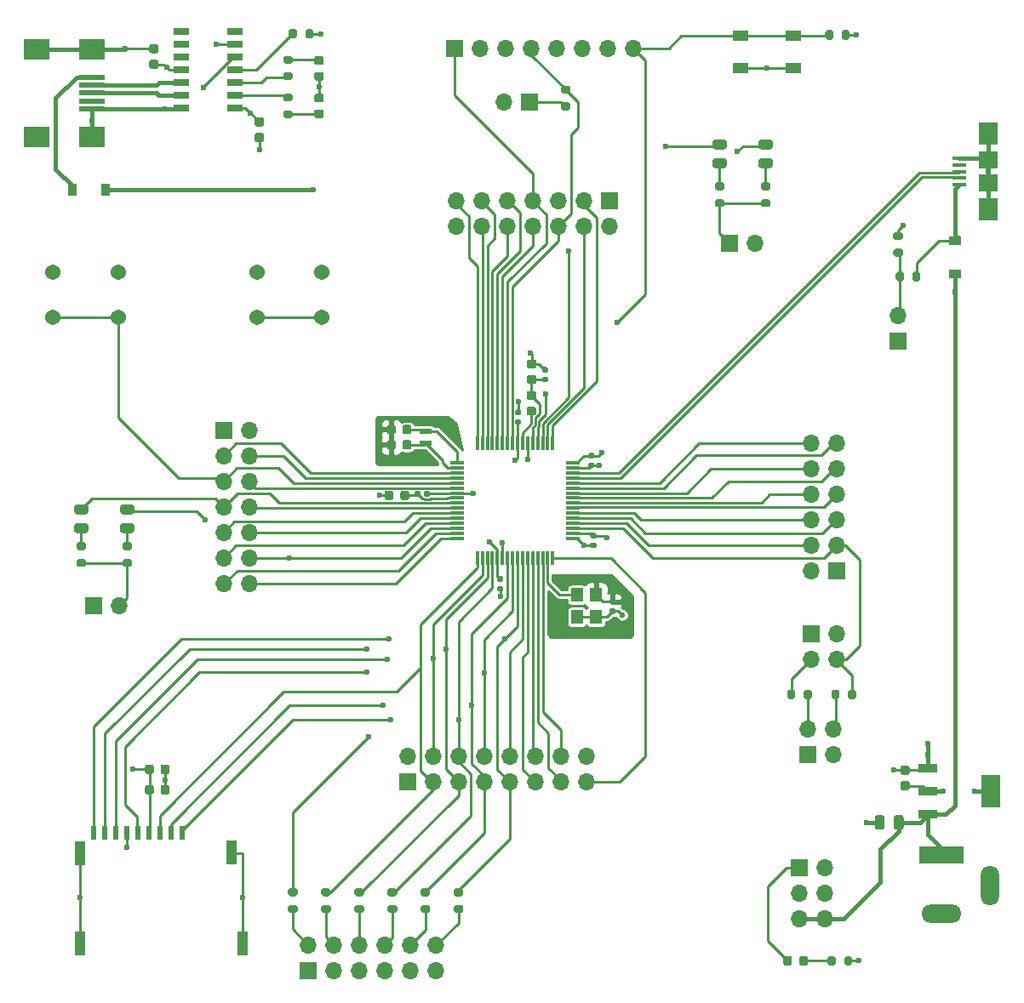
<source format=gtl>
G04 #@! TF.GenerationSoftware,KiCad,Pcbnew,(5.1.10)-1*
G04 #@! TF.CreationDate,2021-11-18T19:13:28-07:00*
G04 #@! TF.ProjectId,ATSAME51Demo,41545341-4d45-4353-9144-656d6f2e6b69,1.0*
G04 #@! TF.SameCoordinates,Original*
G04 #@! TF.FileFunction,Copper,L1,Top*
G04 #@! TF.FilePolarity,Positive*
%FSLAX46Y46*%
G04 Gerber Fmt 4.6, Leading zero omitted, Abs format (unit mm)*
G04 Created by KiCad (PCBNEW (5.1.10)-1) date 2021-11-18 19:13:28*
%MOMM*%
%LPD*%
G01*
G04 APERTURE LIST*
G04 #@! TA.AperFunction,ComponentPad*
%ADD10O,1.700000X1.700000*%
G04 #@! TD*
G04 #@! TA.AperFunction,ComponentPad*
%ADD11R,1.700000X1.700000*%
G04 #@! TD*
G04 #@! TA.AperFunction,SMDPad,CuDef*
%ADD12R,1.400000X0.400000*%
G04 #@! TD*
G04 #@! TA.AperFunction,SMDPad,CuDef*
%ADD13R,1.900000X2.300000*%
G04 #@! TD*
G04 #@! TA.AperFunction,SMDPad,CuDef*
%ADD14R,1.900000X1.800000*%
G04 #@! TD*
G04 #@! TA.AperFunction,SMDPad,CuDef*
%ADD15R,1.100000X2.400000*%
G04 #@! TD*
G04 #@! TA.AperFunction,SMDPad,CuDef*
%ADD16R,0.620000X1.400000*%
G04 #@! TD*
G04 #@! TA.AperFunction,SMDPad,CuDef*
%ADD17R,1.500000X0.650000*%
G04 #@! TD*
G04 #@! TA.AperFunction,SMDPad,CuDef*
%ADD18R,1.200000X0.600000*%
G04 #@! TD*
G04 #@! TA.AperFunction,SMDPad,CuDef*
%ADD19R,1.200000X1.400000*%
G04 #@! TD*
G04 #@! TA.AperFunction,ComponentPad*
%ADD20C,1.540000*%
G04 #@! TD*
G04 #@! TA.AperFunction,SMDPad,CuDef*
%ADD21R,1.550000X1.000000*%
G04 #@! TD*
G04 #@! TA.AperFunction,SMDPad,CuDef*
%ADD22R,2.500000X0.500000*%
G04 #@! TD*
G04 #@! TA.AperFunction,SMDPad,CuDef*
%ADD23R,2.500000X2.000000*%
G04 #@! TD*
G04 #@! TA.AperFunction,ComponentPad*
%ADD24R,4.400000X1.800000*%
G04 #@! TD*
G04 #@! TA.AperFunction,ComponentPad*
%ADD25O,4.000000X1.800000*%
G04 #@! TD*
G04 #@! TA.AperFunction,ComponentPad*
%ADD26O,1.800000X4.000000*%
G04 #@! TD*
G04 #@! TA.AperFunction,SMDPad,CuDef*
%ADD27R,1.850000X3.200000*%
G04 #@! TD*
G04 #@! TA.AperFunction,SMDPad,CuDef*
%ADD28R,1.850000X0.900000*%
G04 #@! TD*
G04 #@! TA.AperFunction,SMDPad,CuDef*
%ADD29R,0.300000X1.475000*%
G04 #@! TD*
G04 #@! TA.AperFunction,SMDPad,CuDef*
%ADD30R,1.475000X0.300000*%
G04 #@! TD*
G04 #@! TA.AperFunction,SMDPad,CuDef*
%ADD31R,0.900000X1.200000*%
G04 #@! TD*
G04 #@! TA.AperFunction,SMDPad,CuDef*
%ADD32R,1.200000X0.900000*%
G04 #@! TD*
G04 #@! TA.AperFunction,ViaPad*
%ADD33C,0.600000*%
G04 #@! TD*
G04 #@! TA.AperFunction,Conductor*
%ADD34C,0.250000*%
G04 #@! TD*
G04 #@! TA.AperFunction,Conductor*
%ADD35C,0.400000*%
G04 #@! TD*
G04 #@! TA.AperFunction,Conductor*
%ADD36C,0.254000*%
G04 #@! TD*
G04 #@! TA.AperFunction,Conductor*
%ADD37C,0.100000*%
G04 #@! TD*
G04 APERTURE END LIST*
G04 #@! TA.AperFunction,SMDPad,CuDef*
G36*
G01*
X125386250Y-75044000D02*
X124473750Y-75044000D01*
G75*
G02*
X124230000Y-74800250I0J243750D01*
G01*
X124230000Y-74312750D01*
G75*
G02*
X124473750Y-74069000I243750J0D01*
G01*
X125386250Y-74069000D01*
G75*
G02*
X125630000Y-74312750I0J-243750D01*
G01*
X125630000Y-74800250D01*
G75*
G02*
X125386250Y-75044000I-243750J0D01*
G01*
G37*
G04 #@! TD.AperFunction*
G04 #@! TA.AperFunction,SMDPad,CuDef*
G36*
G01*
X125386250Y-76919000D02*
X124473750Y-76919000D01*
G75*
G02*
X124230000Y-76675250I0J243750D01*
G01*
X124230000Y-76187750D01*
G75*
G02*
X124473750Y-75944000I243750J0D01*
G01*
X125386250Y-75944000D01*
G75*
G02*
X125630000Y-76187750I0J-243750D01*
G01*
X125630000Y-76675250D01*
G75*
G02*
X125386250Y-76919000I-243750J0D01*
G01*
G37*
G04 #@! TD.AperFunction*
G04 #@! TA.AperFunction,SMDPad,CuDef*
G36*
G01*
X120814250Y-75044000D02*
X119901750Y-75044000D01*
G75*
G02*
X119658000Y-74800250I0J243750D01*
G01*
X119658000Y-74312750D01*
G75*
G02*
X119901750Y-74069000I243750J0D01*
G01*
X120814250Y-74069000D01*
G75*
G02*
X121058000Y-74312750I0J-243750D01*
G01*
X121058000Y-74800250D01*
G75*
G02*
X120814250Y-75044000I-243750J0D01*
G01*
G37*
G04 #@! TD.AperFunction*
G04 #@! TA.AperFunction,SMDPad,CuDef*
G36*
G01*
X120814250Y-76919000D02*
X119901750Y-76919000D01*
G75*
G02*
X119658000Y-76675250I0J243750D01*
G01*
X119658000Y-76187750D01*
G75*
G02*
X119901750Y-75944000I243750J0D01*
G01*
X120814250Y-75944000D01*
G75*
G02*
X121058000Y-76187750I0J-243750D01*
G01*
X121058000Y-76675250D01*
G75*
G02*
X120814250Y-76919000I-243750J0D01*
G01*
G37*
G04 #@! TD.AperFunction*
G04 #@! TA.AperFunction,SMDPad,CuDef*
G36*
G01*
X61886250Y-111366000D02*
X60973750Y-111366000D01*
G75*
G02*
X60730000Y-111122250I0J243750D01*
G01*
X60730000Y-110634750D01*
G75*
G02*
X60973750Y-110391000I243750J0D01*
G01*
X61886250Y-110391000D01*
G75*
G02*
X62130000Y-110634750I0J-243750D01*
G01*
X62130000Y-111122250D01*
G75*
G02*
X61886250Y-111366000I-243750J0D01*
G01*
G37*
G04 #@! TD.AperFunction*
G04 #@! TA.AperFunction,SMDPad,CuDef*
G36*
G01*
X61886250Y-113241000D02*
X60973750Y-113241000D01*
G75*
G02*
X60730000Y-112997250I0J243750D01*
G01*
X60730000Y-112509750D01*
G75*
G02*
X60973750Y-112266000I243750J0D01*
G01*
X61886250Y-112266000D01*
G75*
G02*
X62130000Y-112509750I0J-243750D01*
G01*
X62130000Y-112997250D01*
G75*
G02*
X61886250Y-113241000I-243750J0D01*
G01*
G37*
G04 #@! TD.AperFunction*
G04 #@! TA.AperFunction,SMDPad,CuDef*
G36*
G01*
X57314250Y-111366000D02*
X56401750Y-111366000D01*
G75*
G02*
X56158000Y-111122250I0J243750D01*
G01*
X56158000Y-110634750D01*
G75*
G02*
X56401750Y-110391000I243750J0D01*
G01*
X57314250Y-110391000D01*
G75*
G02*
X57558000Y-110634750I0J-243750D01*
G01*
X57558000Y-111122250D01*
G75*
G02*
X57314250Y-111366000I-243750J0D01*
G01*
G37*
G04 #@! TD.AperFunction*
G04 #@! TA.AperFunction,SMDPad,CuDef*
G36*
G01*
X57314250Y-113241000D02*
X56401750Y-113241000D01*
G75*
G02*
X56158000Y-112997250I0J243750D01*
G01*
X56158000Y-112509750D01*
G75*
G02*
X56401750Y-112266000I243750J0D01*
G01*
X57314250Y-112266000D01*
G75*
G02*
X57558000Y-112509750I0J-243750D01*
G01*
X57558000Y-112997250D01*
G75*
G02*
X57314250Y-113241000I-243750J0D01*
G01*
G37*
G04 #@! TD.AperFunction*
G04 #@! TA.AperFunction,SMDPad,CuDef*
G36*
G01*
X138375000Y-84075000D02*
X137825000Y-84075000D01*
G75*
G02*
X137625000Y-83875000I0J200000D01*
G01*
X137625000Y-83475000D01*
G75*
G02*
X137825000Y-83275000I200000J0D01*
G01*
X138375000Y-83275000D01*
G75*
G02*
X138575000Y-83475000I0J-200000D01*
G01*
X138575000Y-83875000D01*
G75*
G02*
X138375000Y-84075000I-200000J0D01*
G01*
G37*
G04 #@! TD.AperFunction*
G04 #@! TA.AperFunction,SMDPad,CuDef*
G36*
G01*
X138375000Y-85725000D02*
X137825000Y-85725000D01*
G75*
G02*
X137625000Y-85525000I0J200000D01*
G01*
X137625000Y-85125000D01*
G75*
G02*
X137825000Y-84925000I200000J0D01*
G01*
X138375000Y-84925000D01*
G75*
G02*
X138575000Y-85125000I0J-200000D01*
G01*
X138575000Y-85525000D01*
G75*
G02*
X138375000Y-85725000I-200000J0D01*
G01*
G37*
G04 #@! TD.AperFunction*
G04 #@! TA.AperFunction,SMDPad,CuDef*
G36*
G01*
X138675000Y-87425000D02*
X138675000Y-87975000D01*
G75*
G02*
X138475000Y-88175000I-200000J0D01*
G01*
X138075000Y-88175000D01*
G75*
G02*
X137875000Y-87975000I0J200000D01*
G01*
X137875000Y-87425000D01*
G75*
G02*
X138075000Y-87225000I200000J0D01*
G01*
X138475000Y-87225000D01*
G75*
G02*
X138675000Y-87425000I0J-200000D01*
G01*
G37*
G04 #@! TD.AperFunction*
G04 #@! TA.AperFunction,SMDPad,CuDef*
G36*
G01*
X140325000Y-87425000D02*
X140325000Y-87975000D01*
G75*
G02*
X140125000Y-88175000I-200000J0D01*
G01*
X139725000Y-88175000D01*
G75*
G02*
X139525000Y-87975000I0J200000D01*
G01*
X139525000Y-87425000D01*
G75*
G02*
X139725000Y-87225000I200000J0D01*
G01*
X140125000Y-87225000D01*
G75*
G02*
X140325000Y-87425000I0J-200000D01*
G01*
G37*
G04 #@! TD.AperFunction*
D10*
X138100000Y-91560000D03*
D11*
X138100000Y-94100000D03*
D12*
X144200000Y-78550000D03*
X144200000Y-77900000D03*
X144200000Y-77250000D03*
X144200000Y-76600000D03*
X144200000Y-75950000D03*
D13*
X147050000Y-81000000D03*
X147050000Y-73500000D03*
D14*
X147050000Y-78400000D03*
X147050000Y-76100000D03*
D15*
X71800000Y-145050000D03*
X72875000Y-154075000D03*
X56725000Y-154075000D03*
X56725000Y-145075000D03*
D16*
X58105000Y-143075000D03*
X59205000Y-143075000D03*
X60305000Y-143075000D03*
X61405000Y-143075000D03*
X62505000Y-143075000D03*
X63605000Y-143075000D03*
X64705000Y-143075000D03*
X65805000Y-143075000D03*
X66905000Y-143075000D03*
D10*
X92164000Y-154234000D03*
X92164000Y-156774000D03*
X89624000Y-154234000D03*
X89624000Y-156774000D03*
X87084000Y-154234000D03*
X87084000Y-156774000D03*
X84544000Y-154234000D03*
X84544000Y-156774000D03*
X82004000Y-154234000D03*
X82004000Y-156774000D03*
X79464000Y-154234000D03*
D11*
X79464000Y-156774000D03*
D17*
X66775000Y-70935000D03*
X66775000Y-69665000D03*
X66775000Y-68395000D03*
X66775000Y-67125000D03*
X66775000Y-65855000D03*
X66775000Y-64585000D03*
X66775000Y-63315000D03*
X72175000Y-63315000D03*
X72175000Y-64585000D03*
X72175000Y-65855000D03*
X72175000Y-67125000D03*
X72175000Y-68395000D03*
X72175000Y-69665000D03*
X72175000Y-70935000D03*
D10*
X94185000Y-82690000D03*
X94185000Y-80150000D03*
X96725000Y-82690000D03*
X96725000Y-80150000D03*
X99265000Y-82690000D03*
X99265000Y-80150000D03*
X101805000Y-82690000D03*
X101805000Y-80150000D03*
X104345000Y-82690000D03*
X104345000Y-80150000D03*
X106885000Y-82690000D03*
X106885000Y-80150000D03*
X109425000Y-82690000D03*
D11*
X109425000Y-80150000D03*
D18*
X91075000Y-104300000D03*
X91075000Y-103100000D03*
D19*
X106150000Y-121575000D03*
X106150000Y-119375000D03*
X108050000Y-119375000D03*
X108050000Y-121575000D03*
D20*
X74310000Y-87270000D03*
X80810000Y-87270000D03*
X74310000Y-91770000D03*
X80810000Y-91770000D03*
X54025000Y-87270000D03*
X60525000Y-87270000D03*
X54025000Y-91770000D03*
X60525000Y-91770000D03*
D21*
X127675000Y-66970000D03*
X122425000Y-66970000D03*
X127675000Y-63770000D03*
X122425000Y-63770000D03*
G04 #@! TA.AperFunction,SMDPad,CuDef*
G36*
G01*
X77685000Y-66525000D02*
X77135000Y-66525000D01*
G75*
G02*
X76935000Y-66325000I0J200000D01*
G01*
X76935000Y-65925000D01*
G75*
G02*
X77135000Y-65725000I200000J0D01*
G01*
X77685000Y-65725000D01*
G75*
G02*
X77885000Y-65925000I0J-200000D01*
G01*
X77885000Y-66325000D01*
G75*
G02*
X77685000Y-66525000I-200000J0D01*
G01*
G37*
G04 #@! TD.AperFunction*
G04 #@! TA.AperFunction,SMDPad,CuDef*
G36*
G01*
X77685000Y-68175000D02*
X77135000Y-68175000D01*
G75*
G02*
X76935000Y-67975000I0J200000D01*
G01*
X76935000Y-67575000D01*
G75*
G02*
X77135000Y-67375000I200000J0D01*
G01*
X77685000Y-67375000D01*
G75*
G02*
X77885000Y-67575000I0J-200000D01*
G01*
X77885000Y-67975000D01*
G75*
G02*
X77685000Y-68175000I-200000J0D01*
G01*
G37*
G04 #@! TD.AperFunction*
G04 #@! TA.AperFunction,SMDPad,CuDef*
G36*
G01*
X77135000Y-71145000D02*
X77685000Y-71145000D01*
G75*
G02*
X77885000Y-71345000I0J-200000D01*
G01*
X77885000Y-71745000D01*
G75*
G02*
X77685000Y-71945000I-200000J0D01*
G01*
X77135000Y-71945000D01*
G75*
G02*
X76935000Y-71745000I0J200000D01*
G01*
X76935000Y-71345000D01*
G75*
G02*
X77135000Y-71145000I200000J0D01*
G01*
G37*
G04 #@! TD.AperFunction*
G04 #@! TA.AperFunction,SMDPad,CuDef*
G36*
G01*
X77135000Y-69495000D02*
X77685000Y-69495000D01*
G75*
G02*
X77885000Y-69695000I0J-200000D01*
G01*
X77885000Y-70095000D01*
G75*
G02*
X77685000Y-70295000I-200000J0D01*
G01*
X77135000Y-70295000D01*
G75*
G02*
X76935000Y-70095000I0J200000D01*
G01*
X76935000Y-69695000D01*
G75*
G02*
X77135000Y-69495000I200000J0D01*
G01*
G37*
G04 #@! TD.AperFunction*
G04 #@! TA.AperFunction,SMDPad,CuDef*
G36*
G01*
X78305000Y-63265000D02*
X78305000Y-63815000D01*
G75*
G02*
X78105000Y-64015000I-200000J0D01*
G01*
X77705000Y-64015000D01*
G75*
G02*
X77505000Y-63815000I0J200000D01*
G01*
X77505000Y-63265000D01*
G75*
G02*
X77705000Y-63065000I200000J0D01*
G01*
X78105000Y-63065000D01*
G75*
G02*
X78305000Y-63265000I0J-200000D01*
G01*
G37*
G04 #@! TD.AperFunction*
G04 #@! TA.AperFunction,SMDPad,CuDef*
G36*
G01*
X79955000Y-63265000D02*
X79955000Y-63815000D01*
G75*
G02*
X79755000Y-64015000I-200000J0D01*
G01*
X79355000Y-64015000D01*
G75*
G02*
X79155000Y-63815000I0J200000D01*
G01*
X79155000Y-63265000D01*
G75*
G02*
X79355000Y-63065000I200000J0D01*
G01*
X79755000Y-63065000D01*
G75*
G02*
X79955000Y-63265000I0J-200000D01*
G01*
G37*
G04 #@! TD.AperFunction*
G04 #@! TA.AperFunction,SMDPad,CuDef*
G36*
G01*
X105335000Y-69525000D02*
X104785000Y-69525000D01*
G75*
G02*
X104585000Y-69325000I0J200000D01*
G01*
X104585000Y-68925000D01*
G75*
G02*
X104785000Y-68725000I200000J0D01*
G01*
X105335000Y-68725000D01*
G75*
G02*
X105535000Y-68925000I0J-200000D01*
G01*
X105535000Y-69325000D01*
G75*
G02*
X105335000Y-69525000I-200000J0D01*
G01*
G37*
G04 #@! TD.AperFunction*
G04 #@! TA.AperFunction,SMDPad,CuDef*
G36*
G01*
X105335000Y-71175000D02*
X104785000Y-71175000D01*
G75*
G02*
X104585000Y-70975000I0J200000D01*
G01*
X104585000Y-70575000D01*
G75*
G02*
X104785000Y-70375000I200000J0D01*
G01*
X105335000Y-70375000D01*
G75*
G02*
X105535000Y-70575000I0J-200000D01*
G01*
X105535000Y-70975000D01*
G75*
G02*
X105335000Y-71175000I-200000J0D01*
G01*
G37*
G04 #@! TD.AperFunction*
G04 #@! TA.AperFunction,SMDPad,CuDef*
G36*
G01*
X94121000Y-150241000D02*
X94671000Y-150241000D01*
G75*
G02*
X94871000Y-150441000I0J-200000D01*
G01*
X94871000Y-150841000D01*
G75*
G02*
X94671000Y-151041000I-200000J0D01*
G01*
X94121000Y-151041000D01*
G75*
G02*
X93921000Y-150841000I0J200000D01*
G01*
X93921000Y-150441000D01*
G75*
G02*
X94121000Y-150241000I200000J0D01*
G01*
G37*
G04 #@! TD.AperFunction*
G04 #@! TA.AperFunction,SMDPad,CuDef*
G36*
G01*
X94121000Y-148591000D02*
X94671000Y-148591000D01*
G75*
G02*
X94871000Y-148791000I0J-200000D01*
G01*
X94871000Y-149191000D01*
G75*
G02*
X94671000Y-149391000I-200000J0D01*
G01*
X94121000Y-149391000D01*
G75*
G02*
X93921000Y-149191000I0J200000D01*
G01*
X93921000Y-148791000D01*
G75*
G02*
X94121000Y-148591000I200000J0D01*
G01*
G37*
G04 #@! TD.AperFunction*
G04 #@! TA.AperFunction,SMDPad,CuDef*
G36*
G01*
X84223400Y-150241000D02*
X84773400Y-150241000D01*
G75*
G02*
X84973400Y-150441000I0J-200000D01*
G01*
X84973400Y-150841000D01*
G75*
G02*
X84773400Y-151041000I-200000J0D01*
G01*
X84223400Y-151041000D01*
G75*
G02*
X84023400Y-150841000I0J200000D01*
G01*
X84023400Y-150441000D01*
G75*
G02*
X84223400Y-150241000I200000J0D01*
G01*
G37*
G04 #@! TD.AperFunction*
G04 #@! TA.AperFunction,SMDPad,CuDef*
G36*
G01*
X84223400Y-148591000D02*
X84773400Y-148591000D01*
G75*
G02*
X84973400Y-148791000I0J-200000D01*
G01*
X84973400Y-149191000D01*
G75*
G02*
X84773400Y-149391000I-200000J0D01*
G01*
X84223400Y-149391000D01*
G75*
G02*
X84023400Y-149191000I0J200000D01*
G01*
X84023400Y-148791000D01*
G75*
G02*
X84223400Y-148591000I200000J0D01*
G01*
G37*
G04 #@! TD.AperFunction*
G04 #@! TA.AperFunction,SMDPad,CuDef*
G36*
G01*
X128725000Y-129572501D02*
X128725000Y-129022501D01*
G75*
G02*
X128925000Y-128822501I200000J0D01*
G01*
X129325000Y-128822501D01*
G75*
G02*
X129525000Y-129022501I0J-200000D01*
G01*
X129525000Y-129572501D01*
G75*
G02*
X129325000Y-129772501I-200000J0D01*
G01*
X128925000Y-129772501D01*
G75*
G02*
X128725000Y-129572501I0J200000D01*
G01*
G37*
G04 #@! TD.AperFunction*
G04 #@! TA.AperFunction,SMDPad,CuDef*
G36*
G01*
X127075000Y-129572501D02*
X127075000Y-129022501D01*
G75*
G02*
X127275000Y-128822501I200000J0D01*
G01*
X127675000Y-128822501D01*
G75*
G02*
X127875000Y-129022501I0J-200000D01*
G01*
X127875000Y-129572501D01*
G75*
G02*
X127675000Y-129772501I-200000J0D01*
G01*
X127275000Y-129772501D01*
G75*
G02*
X127075000Y-129572501I0J200000D01*
G01*
G37*
G04 #@! TD.AperFunction*
G04 #@! TA.AperFunction,SMDPad,CuDef*
G36*
G01*
X80924200Y-150241000D02*
X81474200Y-150241000D01*
G75*
G02*
X81674200Y-150441000I0J-200000D01*
G01*
X81674200Y-150841000D01*
G75*
G02*
X81474200Y-151041000I-200000J0D01*
G01*
X80924200Y-151041000D01*
G75*
G02*
X80724200Y-150841000I0J200000D01*
G01*
X80724200Y-150441000D01*
G75*
G02*
X80924200Y-150241000I200000J0D01*
G01*
G37*
G04 #@! TD.AperFunction*
G04 #@! TA.AperFunction,SMDPad,CuDef*
G36*
G01*
X80924200Y-148591000D02*
X81474200Y-148591000D01*
G75*
G02*
X81674200Y-148791000I0J-200000D01*
G01*
X81674200Y-149191000D01*
G75*
G02*
X81474200Y-149391000I-200000J0D01*
G01*
X80924200Y-149391000D01*
G75*
G02*
X80724200Y-149191000I0J200000D01*
G01*
X80724200Y-148791000D01*
G75*
G02*
X80924200Y-148591000I200000J0D01*
G01*
G37*
G04 #@! TD.AperFunction*
G04 #@! TA.AperFunction,SMDPad,CuDef*
G36*
G01*
X90821800Y-150241000D02*
X91371800Y-150241000D01*
G75*
G02*
X91571800Y-150441000I0J-200000D01*
G01*
X91571800Y-150841000D01*
G75*
G02*
X91371800Y-151041000I-200000J0D01*
G01*
X90821800Y-151041000D01*
G75*
G02*
X90621800Y-150841000I0J200000D01*
G01*
X90621800Y-150441000D01*
G75*
G02*
X90821800Y-150241000I200000J0D01*
G01*
G37*
G04 #@! TD.AperFunction*
G04 #@! TA.AperFunction,SMDPad,CuDef*
G36*
G01*
X90821800Y-148591000D02*
X91371800Y-148591000D01*
G75*
G02*
X91571800Y-148791000I0J-200000D01*
G01*
X91571800Y-149191000D01*
G75*
G02*
X91371800Y-149391000I-200000J0D01*
G01*
X90821800Y-149391000D01*
G75*
G02*
X90621800Y-149191000I0J200000D01*
G01*
X90621800Y-148791000D01*
G75*
G02*
X90821800Y-148591000I200000J0D01*
G01*
G37*
G04 #@! TD.AperFunction*
G04 #@! TA.AperFunction,SMDPad,CuDef*
G36*
G01*
X132275000Y-129022501D02*
X132275000Y-129572501D01*
G75*
G02*
X132075000Y-129772501I-200000J0D01*
G01*
X131675000Y-129772501D01*
G75*
G02*
X131475000Y-129572501I0J200000D01*
G01*
X131475000Y-129022501D01*
G75*
G02*
X131675000Y-128822501I200000J0D01*
G01*
X132075000Y-128822501D01*
G75*
G02*
X132275000Y-129022501I0J-200000D01*
G01*
G37*
G04 #@! TD.AperFunction*
G04 #@! TA.AperFunction,SMDPad,CuDef*
G36*
G01*
X133925000Y-129022501D02*
X133925000Y-129572501D01*
G75*
G02*
X133725000Y-129772501I-200000J0D01*
G01*
X133325000Y-129772501D01*
G75*
G02*
X133125000Y-129572501I0J200000D01*
G01*
X133125000Y-129022501D01*
G75*
G02*
X133325000Y-128822501I200000J0D01*
G01*
X133725000Y-128822501D01*
G75*
G02*
X133925000Y-129022501I0J-200000D01*
G01*
G37*
G04 #@! TD.AperFunction*
G04 #@! TA.AperFunction,SMDPad,CuDef*
G36*
G01*
X87522600Y-150241000D02*
X88072600Y-150241000D01*
G75*
G02*
X88272600Y-150441000I0J-200000D01*
G01*
X88272600Y-150841000D01*
G75*
G02*
X88072600Y-151041000I-200000J0D01*
G01*
X87522600Y-151041000D01*
G75*
G02*
X87322600Y-150841000I0J200000D01*
G01*
X87322600Y-150441000D01*
G75*
G02*
X87522600Y-150241000I200000J0D01*
G01*
G37*
G04 #@! TD.AperFunction*
G04 #@! TA.AperFunction,SMDPad,CuDef*
G36*
G01*
X87522600Y-148591000D02*
X88072600Y-148591000D01*
G75*
G02*
X88272600Y-148791000I0J-200000D01*
G01*
X88272600Y-149191000D01*
G75*
G02*
X88072600Y-149391000I-200000J0D01*
G01*
X87522600Y-149391000D01*
G75*
G02*
X87322600Y-149191000I0J200000D01*
G01*
X87322600Y-148791000D01*
G75*
G02*
X87522600Y-148591000I200000J0D01*
G01*
G37*
G04 #@! TD.AperFunction*
G04 #@! TA.AperFunction,SMDPad,CuDef*
G36*
G01*
X77625000Y-150241000D02*
X78175000Y-150241000D01*
G75*
G02*
X78375000Y-150441000I0J-200000D01*
G01*
X78375000Y-150841000D01*
G75*
G02*
X78175000Y-151041000I-200000J0D01*
G01*
X77625000Y-151041000D01*
G75*
G02*
X77425000Y-150841000I0J200000D01*
G01*
X77425000Y-150441000D01*
G75*
G02*
X77625000Y-150241000I200000J0D01*
G01*
G37*
G04 #@! TD.AperFunction*
G04 #@! TA.AperFunction,SMDPad,CuDef*
G36*
G01*
X77625000Y-148591000D02*
X78175000Y-148591000D01*
G75*
G02*
X78375000Y-148791000I0J-200000D01*
G01*
X78375000Y-149191000D01*
G75*
G02*
X78175000Y-149391000I-200000J0D01*
G01*
X77625000Y-149391000D01*
G75*
G02*
X77425000Y-149191000I0J200000D01*
G01*
X77425000Y-148791000D01*
G75*
G02*
X77625000Y-148591000I200000J0D01*
G01*
G37*
G04 #@! TD.AperFunction*
G04 #@! TA.AperFunction,SMDPad,CuDef*
G36*
G01*
X124655000Y-79983000D02*
X125205000Y-79983000D01*
G75*
G02*
X125405000Y-80183000I0J-200000D01*
G01*
X125405000Y-80583000D01*
G75*
G02*
X125205000Y-80783000I-200000J0D01*
G01*
X124655000Y-80783000D01*
G75*
G02*
X124455000Y-80583000I0J200000D01*
G01*
X124455000Y-80183000D01*
G75*
G02*
X124655000Y-79983000I200000J0D01*
G01*
G37*
G04 #@! TD.AperFunction*
G04 #@! TA.AperFunction,SMDPad,CuDef*
G36*
G01*
X124655000Y-78333000D02*
X125205000Y-78333000D01*
G75*
G02*
X125405000Y-78533000I0J-200000D01*
G01*
X125405000Y-78933000D01*
G75*
G02*
X125205000Y-79133000I-200000J0D01*
G01*
X124655000Y-79133000D01*
G75*
G02*
X124455000Y-78933000I0J200000D01*
G01*
X124455000Y-78533000D01*
G75*
G02*
X124655000Y-78333000I200000J0D01*
G01*
G37*
G04 #@! TD.AperFunction*
G04 #@! TA.AperFunction,SMDPad,CuDef*
G36*
G01*
X120083000Y-79983000D02*
X120633000Y-79983000D01*
G75*
G02*
X120833000Y-80183000I0J-200000D01*
G01*
X120833000Y-80583000D01*
G75*
G02*
X120633000Y-80783000I-200000J0D01*
G01*
X120083000Y-80783000D01*
G75*
G02*
X119883000Y-80583000I0J200000D01*
G01*
X119883000Y-80183000D01*
G75*
G02*
X120083000Y-79983000I200000J0D01*
G01*
G37*
G04 #@! TD.AperFunction*
G04 #@! TA.AperFunction,SMDPad,CuDef*
G36*
G01*
X120083000Y-78333000D02*
X120633000Y-78333000D01*
G75*
G02*
X120833000Y-78533000I0J-200000D01*
G01*
X120833000Y-78933000D01*
G75*
G02*
X120633000Y-79133000I-200000J0D01*
G01*
X120083000Y-79133000D01*
G75*
G02*
X119883000Y-78933000I0J200000D01*
G01*
X119883000Y-78533000D01*
G75*
G02*
X120083000Y-78333000I200000J0D01*
G01*
G37*
G04 #@! TD.AperFunction*
G04 #@! TA.AperFunction,SMDPad,CuDef*
G36*
G01*
X61155000Y-115797000D02*
X61705000Y-115797000D01*
G75*
G02*
X61905000Y-115997000I0J-200000D01*
G01*
X61905000Y-116397000D01*
G75*
G02*
X61705000Y-116597000I-200000J0D01*
G01*
X61155000Y-116597000D01*
G75*
G02*
X60955000Y-116397000I0J200000D01*
G01*
X60955000Y-115997000D01*
G75*
G02*
X61155000Y-115797000I200000J0D01*
G01*
G37*
G04 #@! TD.AperFunction*
G04 #@! TA.AperFunction,SMDPad,CuDef*
G36*
G01*
X61155000Y-114147000D02*
X61705000Y-114147000D01*
G75*
G02*
X61905000Y-114347000I0J-200000D01*
G01*
X61905000Y-114747000D01*
G75*
G02*
X61705000Y-114947000I-200000J0D01*
G01*
X61155000Y-114947000D01*
G75*
G02*
X60955000Y-114747000I0J200000D01*
G01*
X60955000Y-114347000D01*
G75*
G02*
X61155000Y-114147000I200000J0D01*
G01*
G37*
G04 #@! TD.AperFunction*
G04 #@! TA.AperFunction,SMDPad,CuDef*
G36*
G01*
X56583000Y-115797000D02*
X57133000Y-115797000D01*
G75*
G02*
X57333000Y-115997000I0J-200000D01*
G01*
X57333000Y-116397000D01*
G75*
G02*
X57133000Y-116597000I-200000J0D01*
G01*
X56583000Y-116597000D01*
G75*
G02*
X56383000Y-116397000I0J200000D01*
G01*
X56383000Y-115997000D01*
G75*
G02*
X56583000Y-115797000I200000J0D01*
G01*
G37*
G04 #@! TD.AperFunction*
G04 #@! TA.AperFunction,SMDPad,CuDef*
G36*
G01*
X56583000Y-114147000D02*
X57133000Y-114147000D01*
G75*
G02*
X57333000Y-114347000I0J-200000D01*
G01*
X57333000Y-114747000D01*
G75*
G02*
X57133000Y-114947000I-200000J0D01*
G01*
X56583000Y-114947000D01*
G75*
G02*
X56383000Y-114747000I0J200000D01*
G01*
X56383000Y-114347000D01*
G75*
G02*
X56583000Y-114147000I200000J0D01*
G01*
G37*
G04 #@! TD.AperFunction*
G04 #@! TA.AperFunction,SMDPad,CuDef*
G36*
G01*
X132745000Y-156085000D02*
X132745000Y-155535000D01*
G75*
G02*
X132945000Y-155335000I200000J0D01*
G01*
X133345000Y-155335000D01*
G75*
G02*
X133545000Y-155535000I0J-200000D01*
G01*
X133545000Y-156085000D01*
G75*
G02*
X133345000Y-156285000I-200000J0D01*
G01*
X132945000Y-156285000D01*
G75*
G02*
X132745000Y-156085000I0J200000D01*
G01*
G37*
G04 #@! TD.AperFunction*
G04 #@! TA.AperFunction,SMDPad,CuDef*
G36*
G01*
X131095000Y-156085000D02*
X131095000Y-155535000D01*
G75*
G02*
X131295000Y-155335000I200000J0D01*
G01*
X131695000Y-155335000D01*
G75*
G02*
X131895000Y-155535000I0J-200000D01*
G01*
X131895000Y-156085000D01*
G75*
G02*
X131695000Y-156285000I-200000J0D01*
G01*
X131295000Y-156285000D01*
G75*
G02*
X131095000Y-156085000I0J200000D01*
G01*
G37*
G04 #@! TD.AperFunction*
G04 #@! TA.AperFunction,SMDPad,CuDef*
G36*
G01*
X131645000Y-63375000D02*
X131645000Y-63925000D01*
G75*
G02*
X131445000Y-64125000I-200000J0D01*
G01*
X131045000Y-64125000D01*
G75*
G02*
X130845000Y-63925000I0J200000D01*
G01*
X130845000Y-63375000D01*
G75*
G02*
X131045000Y-63175000I200000J0D01*
G01*
X131445000Y-63175000D01*
G75*
G02*
X131645000Y-63375000I0J-200000D01*
G01*
G37*
G04 #@! TD.AperFunction*
G04 #@! TA.AperFunction,SMDPad,CuDef*
G36*
G01*
X133295000Y-63375000D02*
X133295000Y-63925000D01*
G75*
G02*
X133095000Y-64125000I-200000J0D01*
G01*
X132695000Y-64125000D01*
G75*
G02*
X132495000Y-63925000I0J200000D01*
G01*
X132495000Y-63375000D01*
G75*
G02*
X132695000Y-63175000I200000J0D01*
G01*
X133095000Y-63175000D01*
G75*
G02*
X133295000Y-63375000I0J-200000D01*
G01*
G37*
G04 #@! TD.AperFunction*
G04 #@! TA.AperFunction,SMDPad,CuDef*
G36*
G01*
X101373750Y-100660000D02*
X101886250Y-100660000D01*
G75*
G02*
X102105000Y-100878750I0J-218750D01*
G01*
X102105000Y-101316250D01*
G75*
G02*
X101886250Y-101535000I-218750J0D01*
G01*
X101373750Y-101535000D01*
G75*
G02*
X101155000Y-101316250I0J218750D01*
G01*
X101155000Y-100878750D01*
G75*
G02*
X101373750Y-100660000I218750J0D01*
G01*
G37*
G04 #@! TD.AperFunction*
G04 #@! TA.AperFunction,SMDPad,CuDef*
G36*
G01*
X101373750Y-99085000D02*
X101886250Y-99085000D01*
G75*
G02*
X102105000Y-99303750I0J-218750D01*
G01*
X102105000Y-99741250D01*
G75*
G02*
X101886250Y-99960000I-218750J0D01*
G01*
X101373750Y-99960000D01*
G75*
G02*
X101155000Y-99741250I0J218750D01*
G01*
X101155000Y-99303750D01*
G75*
G02*
X101373750Y-99085000I218750J0D01*
G01*
G37*
G04 #@! TD.AperFunction*
G04 #@! TA.AperFunction,SMDPad,CuDef*
G36*
G01*
X87900000Y-109218750D02*
X87900000Y-109731250D01*
G75*
G02*
X87681250Y-109950000I-218750J0D01*
G01*
X87243750Y-109950000D01*
G75*
G02*
X87025000Y-109731250I0J218750D01*
G01*
X87025000Y-109218750D01*
G75*
G02*
X87243750Y-109000000I218750J0D01*
G01*
X87681250Y-109000000D01*
G75*
G02*
X87900000Y-109218750I0J-218750D01*
G01*
G37*
G04 #@! TD.AperFunction*
G04 #@! TA.AperFunction,SMDPad,CuDef*
G36*
G01*
X89475000Y-109218750D02*
X89475000Y-109731250D01*
G75*
G02*
X89256250Y-109950000I-218750J0D01*
G01*
X88818750Y-109950000D01*
G75*
G02*
X88600000Y-109731250I0J218750D01*
G01*
X88600000Y-109218750D01*
G75*
G02*
X88818750Y-109000000I218750J0D01*
G01*
X89256250Y-109000000D01*
G75*
G02*
X89475000Y-109218750I0J-218750D01*
G01*
G37*
G04 #@! TD.AperFunction*
D10*
X129460000Y-104300000D03*
X132000000Y-104300000D03*
X129460000Y-106840000D03*
X132000000Y-106840000D03*
X129460000Y-109380000D03*
X132000000Y-109380000D03*
X129460000Y-111920000D03*
X132000000Y-111920000D03*
X129460000Y-114460000D03*
X132000000Y-114460000D03*
X129460000Y-117000000D03*
D11*
X132000000Y-117000000D03*
D10*
X107080000Y-135460000D03*
X107080000Y-138000000D03*
X104540000Y-135460000D03*
X104540000Y-138000000D03*
X102000000Y-135460000D03*
X102000000Y-138000000D03*
X99460000Y-135460000D03*
X99460000Y-138000000D03*
X96920000Y-135460000D03*
X96920000Y-138000000D03*
X94380000Y-135460000D03*
X94380000Y-138000000D03*
X91840000Y-135460000D03*
X91840000Y-138000000D03*
X89300000Y-135460000D03*
D11*
X89300000Y-138000000D03*
D10*
X111780000Y-65000000D03*
X109240000Y-65000000D03*
X106700000Y-65000000D03*
X104160000Y-65000000D03*
X101620000Y-65000000D03*
X99080000Y-65000000D03*
X96540000Y-65000000D03*
D11*
X94000000Y-65000000D03*
D10*
X98890000Y-70310000D03*
D11*
X101430000Y-70310000D03*
D10*
X73540000Y-118240000D03*
X71000000Y-118240000D03*
X73540000Y-115700000D03*
X71000000Y-115700000D03*
X73540000Y-113160000D03*
X71000000Y-113160000D03*
X73540000Y-110620000D03*
X71000000Y-110620000D03*
X73540000Y-108080000D03*
X71000000Y-108080000D03*
X73540000Y-105540000D03*
X71000000Y-105540000D03*
X73540000Y-103000000D03*
D11*
X71000000Y-103000000D03*
D10*
X131700000Y-132740000D03*
X131700000Y-135280000D03*
X129160000Y-132740000D03*
D11*
X129160000Y-135280000D03*
D10*
X132000000Y-125770000D03*
X129460000Y-125770000D03*
X132000000Y-123230000D03*
D11*
X129460000Y-123230000D03*
D10*
X123914000Y-84384000D03*
D11*
X121374000Y-84384000D03*
D22*
X57950000Y-71050000D03*
X57950000Y-70250000D03*
X57950000Y-69450000D03*
X57950000Y-68650000D03*
X57950000Y-67850000D03*
D23*
X57950000Y-73850000D03*
X57950000Y-65050000D03*
X52450000Y-73850000D03*
X52450000Y-65050000D03*
D10*
X60668000Y-120452000D03*
D11*
X58128000Y-120452000D03*
D10*
X130800000Y-151610000D03*
X128260000Y-151610000D03*
X130800000Y-149070000D03*
X128260000Y-149070000D03*
X130800000Y-146530000D03*
D11*
X128260000Y-146530000D03*
D24*
X142425000Y-145300000D03*
D25*
X142425000Y-151100000D03*
D26*
X147225000Y-148300000D03*
D27*
X147300000Y-138925000D03*
D28*
X141100000Y-141225000D03*
X141100000Y-138925000D03*
X141100000Y-136625000D03*
D29*
X96250000Y-104262000D03*
X96750000Y-104262000D03*
X97250000Y-104262000D03*
X97750000Y-104262000D03*
X98250000Y-104262000D03*
X98750000Y-104262000D03*
X99250000Y-104262000D03*
X99750000Y-104262000D03*
X100250000Y-104262000D03*
X100750000Y-104262000D03*
X101250000Y-104262000D03*
X101750000Y-104262000D03*
X102250000Y-104262000D03*
X102750000Y-104262000D03*
X103250000Y-104262000D03*
X103750000Y-104262000D03*
D30*
X105738000Y-106250000D03*
X105738000Y-106750000D03*
X105738000Y-107250000D03*
X105738000Y-107750000D03*
X105738000Y-108250000D03*
X105738000Y-108750000D03*
X105738000Y-109250000D03*
X105738000Y-109750000D03*
X105738000Y-110250000D03*
X105738000Y-110750000D03*
X105738000Y-111250000D03*
X105738000Y-111750000D03*
X105738000Y-112250000D03*
X105738000Y-112750000D03*
X105738000Y-113250000D03*
X105738000Y-113750000D03*
D29*
X103750000Y-115738000D03*
X103250000Y-115738000D03*
X102750000Y-115738000D03*
X102250000Y-115738000D03*
X101750000Y-115738000D03*
X101250000Y-115738000D03*
X100750000Y-115738000D03*
X100250000Y-115738000D03*
X99750000Y-115738000D03*
X99250000Y-115738000D03*
X98750000Y-115738000D03*
X98250000Y-115738000D03*
X97750000Y-115738000D03*
X97250000Y-115738000D03*
X96750000Y-115738000D03*
X96250000Y-115738000D03*
D30*
X94262000Y-113750000D03*
X94262000Y-113250000D03*
X94262000Y-112750000D03*
X94262000Y-112250000D03*
X94262000Y-111750000D03*
X94262000Y-111250000D03*
X94262000Y-110750000D03*
X94262000Y-110250000D03*
X94262000Y-109750000D03*
X94262000Y-109250000D03*
X94262000Y-108750000D03*
X94262000Y-108250000D03*
X94262000Y-107750000D03*
X94262000Y-107250000D03*
X94262000Y-106750000D03*
X94262000Y-106250000D03*
G04 #@! TA.AperFunction,SMDPad,CuDef*
G36*
G01*
X80243750Y-67340000D02*
X80756250Y-67340000D01*
G75*
G02*
X80975000Y-67558750I0J-218750D01*
G01*
X80975000Y-67996250D01*
G75*
G02*
X80756250Y-68215000I-218750J0D01*
G01*
X80243750Y-68215000D01*
G75*
G02*
X80025000Y-67996250I0J218750D01*
G01*
X80025000Y-67558750D01*
G75*
G02*
X80243750Y-67340000I218750J0D01*
G01*
G37*
G04 #@! TD.AperFunction*
G04 #@! TA.AperFunction,SMDPad,CuDef*
G36*
G01*
X80243750Y-65765000D02*
X80756250Y-65765000D01*
G75*
G02*
X80975000Y-65983750I0J-218750D01*
G01*
X80975000Y-66421250D01*
G75*
G02*
X80756250Y-66640000I-218750J0D01*
G01*
X80243750Y-66640000D01*
G75*
G02*
X80025000Y-66421250I0J218750D01*
G01*
X80025000Y-65983750D01*
G75*
G02*
X80243750Y-65765000I218750J0D01*
G01*
G37*
G04 #@! TD.AperFunction*
G04 #@! TA.AperFunction,SMDPad,CuDef*
G36*
G01*
X80756250Y-70370000D02*
X80243750Y-70370000D01*
G75*
G02*
X80025000Y-70151250I0J218750D01*
G01*
X80025000Y-69713750D01*
G75*
G02*
X80243750Y-69495000I218750J0D01*
G01*
X80756250Y-69495000D01*
G75*
G02*
X80975000Y-69713750I0J-218750D01*
G01*
X80975000Y-70151250D01*
G75*
G02*
X80756250Y-70370000I-218750J0D01*
G01*
G37*
G04 #@! TD.AperFunction*
G04 #@! TA.AperFunction,SMDPad,CuDef*
G36*
G01*
X80756250Y-71945000D02*
X80243750Y-71945000D01*
G75*
G02*
X80025000Y-71726250I0J218750D01*
G01*
X80025000Y-71288750D01*
G75*
G02*
X80243750Y-71070000I218750J0D01*
G01*
X80756250Y-71070000D01*
G75*
G02*
X80975000Y-71288750I0J-218750D01*
G01*
X80975000Y-71726250D01*
G75*
G02*
X80756250Y-71945000I-218750J0D01*
G01*
G37*
G04 #@! TD.AperFunction*
D31*
X55970000Y-79050000D03*
X59270000Y-79050000D03*
D32*
X143760000Y-84170000D03*
X143760000Y-87470000D03*
G04 #@! TA.AperFunction,SMDPad,CuDef*
G36*
G01*
X127550000Y-155543750D02*
X127550000Y-156056250D01*
G75*
G02*
X127331250Y-156275000I-218750J0D01*
G01*
X126893750Y-156275000D01*
G75*
G02*
X126675000Y-156056250I0J218750D01*
G01*
X126675000Y-155543750D01*
G75*
G02*
X126893750Y-155325000I218750J0D01*
G01*
X127331250Y-155325000D01*
G75*
G02*
X127550000Y-155543750I0J-218750D01*
G01*
G37*
G04 #@! TD.AperFunction*
G04 #@! TA.AperFunction,SMDPad,CuDef*
G36*
G01*
X129125000Y-155543750D02*
X129125000Y-156056250D01*
G75*
G02*
X128906250Y-156275000I-218750J0D01*
G01*
X128468750Y-156275000D01*
G75*
G02*
X128250000Y-156056250I0J218750D01*
G01*
X128250000Y-155543750D01*
G75*
G02*
X128468750Y-155325000I218750J0D01*
G01*
X128906250Y-155325000D01*
G75*
G02*
X129125000Y-155543750I0J-218750D01*
G01*
G37*
G04 #@! TD.AperFunction*
G04 #@! TA.AperFunction,SMDPad,CuDef*
G36*
G01*
X64330000Y-65475000D02*
X63830000Y-65475000D01*
G75*
G02*
X63605000Y-65250000I0J225000D01*
G01*
X63605000Y-64800000D01*
G75*
G02*
X63830000Y-64575000I225000J0D01*
G01*
X64330000Y-64575000D01*
G75*
G02*
X64555000Y-64800000I0J-225000D01*
G01*
X64555000Y-65250000D01*
G75*
G02*
X64330000Y-65475000I-225000J0D01*
G01*
G37*
G04 #@! TD.AperFunction*
G04 #@! TA.AperFunction,SMDPad,CuDef*
G36*
G01*
X64330000Y-67025000D02*
X63830000Y-67025000D01*
G75*
G02*
X63605000Y-66800000I0J225000D01*
G01*
X63605000Y-66350000D01*
G75*
G02*
X63830000Y-66125000I225000J0D01*
G01*
X64330000Y-66125000D01*
G75*
G02*
X64555000Y-66350000I0J-225000D01*
G01*
X64555000Y-66800000D01*
G75*
G02*
X64330000Y-67025000I-225000J0D01*
G01*
G37*
G04 #@! TD.AperFunction*
G04 #@! TA.AperFunction,SMDPad,CuDef*
G36*
G01*
X74810000Y-72765000D02*
X74310000Y-72765000D01*
G75*
G02*
X74085000Y-72540000I0J225000D01*
G01*
X74085000Y-72090000D01*
G75*
G02*
X74310000Y-71865000I225000J0D01*
G01*
X74810000Y-71865000D01*
G75*
G02*
X75035000Y-72090000I0J-225000D01*
G01*
X75035000Y-72540000D01*
G75*
G02*
X74810000Y-72765000I-225000J0D01*
G01*
G37*
G04 #@! TD.AperFunction*
G04 #@! TA.AperFunction,SMDPad,CuDef*
G36*
G01*
X74810000Y-74315000D02*
X74310000Y-74315000D01*
G75*
G02*
X74085000Y-74090000I0J225000D01*
G01*
X74085000Y-73640000D01*
G75*
G02*
X74310000Y-73415000I225000J0D01*
G01*
X74810000Y-73415000D01*
G75*
G02*
X75035000Y-73640000I0J-225000D01*
G01*
X75035000Y-74090000D01*
G75*
G02*
X74810000Y-74315000I-225000J0D01*
G01*
G37*
G04 #@! TD.AperFunction*
G04 #@! TA.AperFunction,SMDPad,CuDef*
G36*
G01*
X64735000Y-139026000D02*
X64735000Y-138526000D01*
G75*
G02*
X64960000Y-138301000I225000J0D01*
G01*
X65410000Y-138301000D01*
G75*
G02*
X65635000Y-138526000I0J-225000D01*
G01*
X65635000Y-139026000D01*
G75*
G02*
X65410000Y-139251000I-225000J0D01*
G01*
X64960000Y-139251000D01*
G75*
G02*
X64735000Y-139026000I0J225000D01*
G01*
G37*
G04 #@! TD.AperFunction*
G04 #@! TA.AperFunction,SMDPad,CuDef*
G36*
G01*
X63185000Y-139026000D02*
X63185000Y-138526000D01*
G75*
G02*
X63410000Y-138301000I225000J0D01*
G01*
X63860000Y-138301000D01*
G75*
G02*
X64085000Y-138526000I0J-225000D01*
G01*
X64085000Y-139026000D01*
G75*
G02*
X63860000Y-139251000I-225000J0D01*
G01*
X63410000Y-139251000D01*
G75*
G02*
X63185000Y-139026000I0J225000D01*
G01*
G37*
G04 #@! TD.AperFunction*
G04 #@! TA.AperFunction,SMDPad,CuDef*
G36*
G01*
X64085000Y-136500000D02*
X64085000Y-137000000D01*
G75*
G02*
X63860000Y-137225000I-225000J0D01*
G01*
X63410000Y-137225000D01*
G75*
G02*
X63185000Y-137000000I0J225000D01*
G01*
X63185000Y-136500000D01*
G75*
G02*
X63410000Y-136275000I225000J0D01*
G01*
X63860000Y-136275000D01*
G75*
G02*
X64085000Y-136500000I0J-225000D01*
G01*
G37*
G04 #@! TD.AperFunction*
G04 #@! TA.AperFunction,SMDPad,CuDef*
G36*
G01*
X65635000Y-136500000D02*
X65635000Y-137000000D01*
G75*
G02*
X65410000Y-137225000I-225000J0D01*
G01*
X64960000Y-137225000D01*
G75*
G02*
X64735000Y-137000000I0J225000D01*
G01*
X64735000Y-136500000D01*
G75*
G02*
X64960000Y-136275000I225000J0D01*
G01*
X65410000Y-136275000D01*
G75*
G02*
X65635000Y-136500000I0J-225000D01*
G01*
G37*
G04 #@! TD.AperFunction*
G04 #@! TA.AperFunction,SMDPad,CuDef*
G36*
G01*
X103160000Y-97270000D02*
X102820000Y-97270000D01*
G75*
G02*
X102680000Y-97130000I0J140000D01*
G01*
X102680000Y-96850000D01*
G75*
G02*
X102820000Y-96710000I140000J0D01*
G01*
X103160000Y-96710000D01*
G75*
G02*
X103300000Y-96850000I0J-140000D01*
G01*
X103300000Y-97130000D01*
G75*
G02*
X103160000Y-97270000I-140000J0D01*
G01*
G37*
G04 #@! TD.AperFunction*
G04 #@! TA.AperFunction,SMDPad,CuDef*
G36*
G01*
X103160000Y-98230000D02*
X102820000Y-98230000D01*
G75*
G02*
X102680000Y-98090000I0J140000D01*
G01*
X102680000Y-97810000D01*
G75*
G02*
X102820000Y-97670000I140000J0D01*
G01*
X103160000Y-97670000D01*
G75*
G02*
X103300000Y-97810000I0J-140000D01*
G01*
X103300000Y-98090000D01*
G75*
G02*
X103160000Y-98230000I-140000J0D01*
G01*
G37*
G04 #@! TD.AperFunction*
G04 #@! TA.AperFunction,SMDPad,CuDef*
G36*
G01*
X101910000Y-96855000D02*
X101410000Y-96855000D01*
G75*
G02*
X101185000Y-96630000I0J225000D01*
G01*
X101185000Y-96180000D01*
G75*
G02*
X101410000Y-95955000I225000J0D01*
G01*
X101910000Y-95955000D01*
G75*
G02*
X102135000Y-96180000I0J-225000D01*
G01*
X102135000Y-96630000D01*
G75*
G02*
X101910000Y-96855000I-225000J0D01*
G01*
G37*
G04 #@! TD.AperFunction*
G04 #@! TA.AperFunction,SMDPad,CuDef*
G36*
G01*
X101910000Y-98405000D02*
X101410000Y-98405000D01*
G75*
G02*
X101185000Y-98180000I0J225000D01*
G01*
X101185000Y-97730000D01*
G75*
G02*
X101410000Y-97505000I225000J0D01*
G01*
X101910000Y-97505000D01*
G75*
G02*
X102135000Y-97730000I0J-225000D01*
G01*
X102135000Y-98180000D01*
G75*
G02*
X101910000Y-98405000I-225000J0D01*
G01*
G37*
G04 #@! TD.AperFunction*
G04 #@! TA.AperFunction,SMDPad,CuDef*
G36*
G01*
X90975000Y-109495000D02*
X90975000Y-109155000D01*
G75*
G02*
X91115000Y-109015000I140000J0D01*
G01*
X91395000Y-109015000D01*
G75*
G02*
X91535000Y-109155000I0J-140000D01*
G01*
X91535000Y-109495000D01*
G75*
G02*
X91395000Y-109635000I-140000J0D01*
G01*
X91115000Y-109635000D01*
G75*
G02*
X90975000Y-109495000I0J140000D01*
G01*
G37*
G04 #@! TD.AperFunction*
G04 #@! TA.AperFunction,SMDPad,CuDef*
G36*
G01*
X90015000Y-109495000D02*
X90015000Y-109155000D01*
G75*
G02*
X90155000Y-109015000I140000J0D01*
G01*
X90435000Y-109015000D01*
G75*
G02*
X90575000Y-109155000I0J-140000D01*
G01*
X90575000Y-109495000D01*
G75*
G02*
X90435000Y-109635000I-140000J0D01*
G01*
X90155000Y-109635000D01*
G75*
G02*
X90015000Y-109495000I0J140000D01*
G01*
G37*
G04 #@! TD.AperFunction*
G04 #@! TA.AperFunction,SMDPad,CuDef*
G36*
G01*
X139050000Y-137285000D02*
X138550000Y-137285000D01*
G75*
G02*
X138325000Y-137060000I0J225000D01*
G01*
X138325000Y-136610000D01*
G75*
G02*
X138550000Y-136385000I225000J0D01*
G01*
X139050000Y-136385000D01*
G75*
G02*
X139275000Y-136610000I0J-225000D01*
G01*
X139275000Y-137060000D01*
G75*
G02*
X139050000Y-137285000I-225000J0D01*
G01*
G37*
G04 #@! TD.AperFunction*
G04 #@! TA.AperFunction,SMDPad,CuDef*
G36*
G01*
X139050000Y-138835000D02*
X138550000Y-138835000D01*
G75*
G02*
X138325000Y-138610000I0J225000D01*
G01*
X138325000Y-138160000D01*
G75*
G02*
X138550000Y-137935000I225000J0D01*
G01*
X139050000Y-137935000D01*
G75*
G02*
X139275000Y-138160000I0J-225000D01*
G01*
X139275000Y-138610000D01*
G75*
G02*
X139050000Y-138835000I-225000J0D01*
G01*
G37*
G04 #@! TD.AperFunction*
G04 #@! TA.AperFunction,SMDPad,CuDef*
G36*
G01*
X100470000Y-101500000D02*
X100130000Y-101500000D01*
G75*
G02*
X99990000Y-101360000I0J140000D01*
G01*
X99990000Y-101080000D01*
G75*
G02*
X100130000Y-100940000I140000J0D01*
G01*
X100470000Y-100940000D01*
G75*
G02*
X100610000Y-101080000I0J-140000D01*
G01*
X100610000Y-101360000D01*
G75*
G02*
X100470000Y-101500000I-140000J0D01*
G01*
G37*
G04 #@! TD.AperFunction*
G04 #@! TA.AperFunction,SMDPad,CuDef*
G36*
G01*
X100470000Y-102460000D02*
X100130000Y-102460000D01*
G75*
G02*
X99990000Y-102320000I0J140000D01*
G01*
X99990000Y-102040000D01*
G75*
G02*
X100130000Y-101900000I140000J0D01*
G01*
X100470000Y-101900000D01*
G75*
G02*
X100610000Y-102040000I0J-140000D01*
G01*
X100610000Y-102320000D01*
G75*
G02*
X100470000Y-102460000I-140000J0D01*
G01*
G37*
G04 #@! TD.AperFunction*
G04 #@! TA.AperFunction,SMDPad,CuDef*
G36*
G01*
X136770000Y-141555000D02*
X136770000Y-142505000D01*
G75*
G02*
X136520000Y-142755000I-250000J0D01*
G01*
X136020000Y-142755000D01*
G75*
G02*
X135770000Y-142505000I0J250000D01*
G01*
X135770000Y-141555000D01*
G75*
G02*
X136020000Y-141305000I250000J0D01*
G01*
X136520000Y-141305000D01*
G75*
G02*
X136770000Y-141555000I0J-250000D01*
G01*
G37*
G04 #@! TD.AperFunction*
G04 #@! TA.AperFunction,SMDPad,CuDef*
G36*
G01*
X138670000Y-141555000D02*
X138670000Y-142505000D01*
G75*
G02*
X138420000Y-142755000I-250000J0D01*
G01*
X137920000Y-142755000D01*
G75*
G02*
X137670000Y-142505000I0J250000D01*
G01*
X137670000Y-141555000D01*
G75*
G02*
X137920000Y-141305000I250000J0D01*
G01*
X138420000Y-141305000D01*
G75*
G02*
X138670000Y-141555000I0J-250000D01*
G01*
G37*
G04 #@! TD.AperFunction*
G04 #@! TA.AperFunction,SMDPad,CuDef*
G36*
G01*
X107430000Y-106200000D02*
X107770000Y-106200000D01*
G75*
G02*
X107910000Y-106340000I0J-140000D01*
G01*
X107910000Y-106620000D01*
G75*
G02*
X107770000Y-106760000I-140000J0D01*
G01*
X107430000Y-106760000D01*
G75*
G02*
X107290000Y-106620000I0J140000D01*
G01*
X107290000Y-106340000D01*
G75*
G02*
X107430000Y-106200000I140000J0D01*
G01*
G37*
G04 #@! TD.AperFunction*
G04 #@! TA.AperFunction,SMDPad,CuDef*
G36*
G01*
X107430000Y-105240000D02*
X107770000Y-105240000D01*
G75*
G02*
X107910000Y-105380000I0J-140000D01*
G01*
X107910000Y-105660000D01*
G75*
G02*
X107770000Y-105800000I-140000J0D01*
G01*
X107430000Y-105800000D01*
G75*
G02*
X107290000Y-105660000I0J140000D01*
G01*
X107290000Y-105380000D01*
G75*
G02*
X107430000Y-105240000I140000J0D01*
G01*
G37*
G04 #@! TD.AperFunction*
G04 #@! TA.AperFunction,SMDPad,CuDef*
G36*
G01*
X107630000Y-114175000D02*
X107970000Y-114175000D01*
G75*
G02*
X108110000Y-114315000I0J-140000D01*
G01*
X108110000Y-114595000D01*
G75*
G02*
X107970000Y-114735000I-140000J0D01*
G01*
X107630000Y-114735000D01*
G75*
G02*
X107490000Y-114595000I0J140000D01*
G01*
X107490000Y-114315000D01*
G75*
G02*
X107630000Y-114175000I140000J0D01*
G01*
G37*
G04 #@! TD.AperFunction*
G04 #@! TA.AperFunction,SMDPad,CuDef*
G36*
G01*
X107630000Y-113215000D02*
X107970000Y-113215000D01*
G75*
G02*
X108110000Y-113355000I0J-140000D01*
G01*
X108110000Y-113635000D01*
G75*
G02*
X107970000Y-113775000I-140000J0D01*
G01*
X107630000Y-113775000D01*
G75*
G02*
X107490000Y-113635000I0J140000D01*
G01*
X107490000Y-113355000D01*
G75*
G02*
X107630000Y-113215000I140000J0D01*
G01*
G37*
G04 #@! TD.AperFunction*
G04 #@! TA.AperFunction,SMDPad,CuDef*
G36*
G01*
X98355000Y-118500000D02*
X98695000Y-118500000D01*
G75*
G02*
X98835000Y-118640000I0J-140000D01*
G01*
X98835000Y-118920000D01*
G75*
G02*
X98695000Y-119060000I-140000J0D01*
G01*
X98355000Y-119060000D01*
G75*
G02*
X98215000Y-118920000I0J140000D01*
G01*
X98215000Y-118640000D01*
G75*
G02*
X98355000Y-118500000I140000J0D01*
G01*
G37*
G04 #@! TD.AperFunction*
G04 #@! TA.AperFunction,SMDPad,CuDef*
G36*
G01*
X98355000Y-117540000D02*
X98695000Y-117540000D01*
G75*
G02*
X98835000Y-117680000I0J-140000D01*
G01*
X98835000Y-117960000D01*
G75*
G02*
X98695000Y-118100000I-140000J0D01*
G01*
X98355000Y-118100000D01*
G75*
G02*
X98215000Y-117960000I0J140000D01*
G01*
X98215000Y-117680000D01*
G75*
G02*
X98355000Y-117540000I140000J0D01*
G01*
G37*
G04 #@! TD.AperFunction*
G04 #@! TA.AperFunction,SMDPad,CuDef*
G36*
G01*
X88150000Y-104200000D02*
X88150000Y-104700000D01*
G75*
G02*
X87925000Y-104925000I-225000J0D01*
G01*
X87475000Y-104925000D01*
G75*
G02*
X87250000Y-104700000I0J225000D01*
G01*
X87250000Y-104200000D01*
G75*
G02*
X87475000Y-103975000I225000J0D01*
G01*
X87925000Y-103975000D01*
G75*
G02*
X88150000Y-104200000I0J-225000D01*
G01*
G37*
G04 #@! TD.AperFunction*
G04 #@! TA.AperFunction,SMDPad,CuDef*
G36*
G01*
X89700000Y-104200000D02*
X89700000Y-104700000D01*
G75*
G02*
X89475000Y-104925000I-225000J0D01*
G01*
X89025000Y-104925000D01*
G75*
G02*
X88800000Y-104700000I0J225000D01*
G01*
X88800000Y-104200000D01*
G75*
G02*
X89025000Y-103975000I225000J0D01*
G01*
X89475000Y-103975000D01*
G75*
G02*
X89700000Y-104200000I0J-225000D01*
G01*
G37*
G04 #@! TD.AperFunction*
G04 #@! TA.AperFunction,SMDPad,CuDef*
G36*
G01*
X88150000Y-102675000D02*
X88150000Y-103175000D01*
G75*
G02*
X87925000Y-103400000I-225000J0D01*
G01*
X87475000Y-103400000D01*
G75*
G02*
X87250000Y-103175000I0J225000D01*
G01*
X87250000Y-102675000D01*
G75*
G02*
X87475000Y-102450000I225000J0D01*
G01*
X87925000Y-102450000D01*
G75*
G02*
X88150000Y-102675000I0J-225000D01*
G01*
G37*
G04 #@! TD.AperFunction*
G04 #@! TA.AperFunction,SMDPad,CuDef*
G36*
G01*
X89700000Y-102675000D02*
X89700000Y-103175000D01*
G75*
G02*
X89475000Y-103400000I-225000J0D01*
G01*
X89025000Y-103400000D01*
G75*
G02*
X88800000Y-103175000I0J225000D01*
G01*
X88800000Y-102675000D01*
G75*
G02*
X89025000Y-102450000I225000J0D01*
G01*
X89475000Y-102450000D01*
G75*
G02*
X89700000Y-102675000I0J-225000D01*
G01*
G37*
G04 #@! TD.AperFunction*
G04 #@! TA.AperFunction,SMDPad,CuDef*
G36*
G01*
X109895000Y-120325000D02*
X109555000Y-120325000D01*
G75*
G02*
X109415000Y-120185000I0J140000D01*
G01*
X109415000Y-119905000D01*
G75*
G02*
X109555000Y-119765000I140000J0D01*
G01*
X109895000Y-119765000D01*
G75*
G02*
X110035000Y-119905000I0J-140000D01*
G01*
X110035000Y-120185000D01*
G75*
G02*
X109895000Y-120325000I-140000J0D01*
G01*
G37*
G04 #@! TD.AperFunction*
G04 #@! TA.AperFunction,SMDPad,CuDef*
G36*
G01*
X109895000Y-121285000D02*
X109555000Y-121285000D01*
G75*
G02*
X109415000Y-121145000I0J140000D01*
G01*
X109415000Y-120865000D01*
G75*
G02*
X109555000Y-120725000I140000J0D01*
G01*
X109895000Y-120725000D01*
G75*
G02*
X110035000Y-120865000I0J-140000D01*
G01*
X110035000Y-121145000D01*
G75*
G02*
X109895000Y-121285000I-140000J0D01*
G01*
G37*
G04 #@! TD.AperFunction*
D33*
X104600000Y-122700000D03*
X98525000Y-119500000D03*
X106875000Y-114450000D03*
X108395000Y-106480000D03*
X101250000Y-105870000D03*
X141100000Y-135240000D03*
X137670000Y-136830000D03*
X134230000Y-155810000D03*
X141100000Y-134140000D03*
X147000000Y-81000000D03*
X125030000Y-66970000D03*
X95830000Y-109250000D03*
X98750000Y-114220000D03*
X134940000Y-142030000D03*
X57950000Y-72170000D03*
X52450000Y-73850000D03*
X57950000Y-73790000D03*
X65210000Y-71050000D03*
X74560000Y-75090000D03*
X100300000Y-100140000D03*
X101562000Y-95306000D03*
X147050084Y-73500000D03*
X92700000Y-102100000D03*
X89900000Y-106000000D03*
X86400000Y-102925000D03*
X111300000Y-120045000D03*
X104700000Y-117900000D03*
X61225000Y-65025000D03*
X147050000Y-77200000D03*
X65185000Y-137815000D03*
X56725000Y-149475000D03*
X61400000Y-144500000D03*
X72875000Y-149525000D03*
X138600000Y-82600000D03*
X110650000Y-121375000D03*
X86500000Y-109475000D03*
X142565000Y-138925000D03*
X145674994Y-138925000D03*
X147300000Y-138925000D03*
X109110000Y-113730000D03*
X108600000Y-105200000D03*
X133950000Y-63650000D03*
X80500000Y-68850000D03*
X80730000Y-63540000D03*
X73662500Y-71417500D03*
X65345000Y-66855000D03*
X100038000Y-105974000D03*
X97498000Y-114102000D03*
X62000000Y-136750000D03*
X79972000Y-79050000D03*
X143790000Y-89210000D03*
X69170001Y-111875000D03*
X115023998Y-74732002D03*
X122136000Y-75240000D03*
X103086000Y-99370000D03*
X110198000Y-92258000D03*
X99000000Y-123750000D03*
X87500000Y-123750000D03*
X96920000Y-127120000D03*
X85300000Y-127100000D03*
X95675000Y-130375000D03*
X86900000Y-130400000D03*
X87600000Y-131800000D03*
X94380000Y-131819990D03*
X93125000Y-124775004D03*
X85250000Y-124750000D03*
X91840000Y-125740000D03*
X85400000Y-133500000D03*
X87300000Y-125800000D03*
X77540000Y-115700000D03*
X70307000Y-64585000D03*
X68970000Y-68940000D03*
X105372000Y-85146000D03*
D34*
X87700000Y-104450000D02*
X87700000Y-102925000D01*
X108720000Y-120045000D02*
X108050000Y-119375000D01*
X109725000Y-120045000D02*
X108720000Y-120045000D01*
X98525000Y-118780000D02*
X98525000Y-119500000D01*
X105738000Y-113750000D02*
X106175000Y-113750000D01*
X106880000Y-114455000D02*
X107800000Y-114455000D01*
X106175000Y-113750000D02*
X106875000Y-114450000D01*
X106875000Y-114450000D02*
X106880000Y-114455000D01*
X107330000Y-106750000D02*
X107600000Y-106480000D01*
X105738000Y-106750000D02*
X107330000Y-106750000D01*
X107600000Y-106480000D02*
X108395000Y-106480000D01*
X91330000Y-109250000D02*
X91255000Y-109325000D01*
X94262000Y-109250000D02*
X91330000Y-109250000D01*
X102405000Y-96405000D02*
X102990000Y-96990000D01*
X101660000Y-96405000D02*
X102405000Y-96405000D01*
X101250000Y-104262000D02*
X101250000Y-105870000D01*
X140890000Y-136835000D02*
X141100000Y-136625000D01*
X138800000Y-136835000D02*
X140890000Y-136835000D01*
X138800000Y-136835000D02*
X137665000Y-136835000D01*
X137665000Y-136835000D02*
X137670000Y-136830000D01*
X134260000Y-155810000D02*
X134230000Y-155810000D01*
X133145000Y-155810000D02*
X134230000Y-155810000D01*
D35*
X141100000Y-136625000D02*
X141100000Y-135240000D01*
X141100000Y-135240000D02*
X141100000Y-134140000D01*
D34*
X122425000Y-66970000D02*
X125030000Y-66970000D01*
X125030000Y-66970000D02*
X127675000Y-66970000D01*
X94262000Y-109250000D02*
X95830000Y-109250000D01*
X98750000Y-115738000D02*
X98750000Y-114220000D01*
D35*
X136270000Y-142030000D02*
X134940000Y-142030000D01*
X57950000Y-71050000D02*
X57950000Y-72170000D01*
X57950000Y-72170000D02*
X57950000Y-73790000D01*
X57950000Y-73790000D02*
X57950000Y-73850000D01*
X66660000Y-71050000D02*
X66775000Y-70935000D01*
X57950000Y-71050000D02*
X65210000Y-71050000D01*
X65210000Y-71050000D02*
X66660000Y-71050000D01*
D34*
X74560000Y-73865000D02*
X74560000Y-75090000D01*
X100300000Y-101220000D02*
X100300000Y-100140000D01*
X101660000Y-95404000D02*
X101562000Y-95306000D01*
X101660000Y-96405000D02*
X101660000Y-95404000D01*
D35*
X146900000Y-75950000D02*
X147050000Y-76100000D01*
X144200000Y-75950000D02*
X146900000Y-75950000D01*
X147050000Y-73500000D02*
X147050000Y-77200000D01*
X61200000Y-65050000D02*
X61225000Y-65025000D01*
X52450000Y-65050000D02*
X61200000Y-65050000D01*
D34*
X64080000Y-65025000D02*
X61225000Y-65025000D01*
D35*
X147050000Y-77200000D02*
X147050000Y-81000000D01*
D34*
X65185000Y-138776000D02*
X65185000Y-137815000D01*
X65185000Y-137815000D02*
X65185000Y-136750000D01*
X56725000Y-145075000D02*
X56725000Y-149475000D01*
X56725000Y-149475000D02*
X56725000Y-154075000D01*
X61405000Y-144495000D02*
X61400000Y-144500000D01*
X61405000Y-143075000D02*
X61405000Y-144495000D01*
X72875000Y-145075000D02*
X72875000Y-149525000D01*
X72875000Y-149525000D02*
X72875000Y-154075000D01*
X71825000Y-145075000D02*
X71800000Y-145050000D01*
X72875000Y-145075000D02*
X71825000Y-145075000D01*
X138100000Y-83675000D02*
X138100000Y-83100000D01*
X138100000Y-83100000D02*
X138600000Y-82600000D01*
X106150000Y-121575000D02*
X108050000Y-121575000D01*
X109155000Y-121575000D02*
X109725000Y-121005000D01*
X108050000Y-121575000D02*
X109155000Y-121575000D01*
X109725000Y-121005000D02*
X110280000Y-121005000D01*
X110280000Y-121005000D02*
X110650000Y-121375000D01*
X98250000Y-117545000D02*
X98525000Y-117820000D01*
X98250000Y-115738000D02*
X98250000Y-117545000D01*
X107555000Y-113250000D02*
X107800000Y-113495000D01*
X105738000Y-113250000D02*
X107555000Y-113250000D01*
X105738000Y-106250000D02*
X106100000Y-106250000D01*
X106830000Y-105520000D02*
X107600000Y-105520000D01*
X106100000Y-106250000D02*
X106830000Y-105520000D01*
X100250000Y-102230000D02*
X100300000Y-102180000D01*
X100250000Y-104262000D02*
X100250000Y-102230000D01*
X87462500Y-109475000D02*
X86500000Y-109475000D01*
X140560000Y-138385000D02*
X141100000Y-138925000D01*
X138800000Y-138385000D02*
X140560000Y-138385000D01*
X128260000Y-146530000D02*
X126980000Y-146530000D01*
X126980000Y-146530000D02*
X125140000Y-148370000D01*
X125140000Y-153827500D02*
X127112500Y-155800000D01*
X125140000Y-148370000D02*
X125140000Y-153827500D01*
D35*
X141100000Y-138925000D02*
X142565000Y-138925000D01*
X147300000Y-138925000D02*
X145674994Y-138925000D01*
D34*
X107800000Y-113495000D02*
X108875000Y-113495000D01*
X108875000Y-113495000D02*
X109110000Y-113730000D01*
X107600000Y-105520000D02*
X108280000Y-105520000D01*
X108280000Y-105520000D02*
X108600000Y-105200000D01*
X132895000Y-63650000D02*
X133950000Y-63650000D01*
X80500000Y-67777500D02*
X80500000Y-68850000D01*
X80500000Y-68850000D02*
X80500000Y-69932500D01*
X79555000Y-63540000D02*
X80730000Y-63540000D01*
X64080000Y-66575000D02*
X65065000Y-66575000D01*
X65615000Y-67125000D02*
X66775000Y-67125000D01*
X65065000Y-66575000D02*
X65345000Y-66855000D01*
X73180000Y-70935000D02*
X73662500Y-71417500D01*
X72175000Y-70935000D02*
X73180000Y-70935000D01*
X73662500Y-71417500D02*
X74560000Y-72315000D01*
X65345000Y-66855000D02*
X65615000Y-67125000D01*
X100250000Y-104262000D02*
X100250000Y-105762000D01*
X100250000Y-105762000D02*
X100038000Y-105974000D01*
X98250000Y-115738000D02*
X98250000Y-114854000D01*
X98250000Y-114854000D02*
X97498000Y-114102000D01*
X63555000Y-138856000D02*
X63635000Y-138776000D01*
X63635000Y-138776000D02*
X63635000Y-136750000D01*
X63635000Y-136750000D02*
X62000000Y-136750000D01*
X63635000Y-143045000D02*
X63605000Y-143075000D01*
X63635000Y-138776000D02*
X63635000Y-143045000D01*
X90900000Y-102925000D02*
X91075000Y-103100000D01*
X89250000Y-102925000D02*
X90900000Y-102925000D01*
X91075000Y-103100000D02*
X92250000Y-103100000D01*
X94262000Y-105112000D02*
X94262000Y-106250000D01*
X92250000Y-103100000D02*
X94262000Y-105112000D01*
X90925000Y-104450000D02*
X91075000Y-104300000D01*
X89250000Y-104450000D02*
X90925000Y-104450000D01*
X91075000Y-104300000D02*
X91075000Y-104375000D01*
X93274500Y-106750000D02*
X92800000Y-106275500D01*
X94262000Y-106750000D02*
X93274500Y-106750000D01*
X92800000Y-106025000D02*
X91075000Y-104300000D01*
X92800000Y-106275500D02*
X92800000Y-106025000D01*
D35*
X142425000Y-145300000D02*
X142425000Y-144585000D01*
X141100000Y-143260000D02*
X141100000Y-141225000D01*
X142425000Y-144585000D02*
X141100000Y-143260000D01*
X140295000Y-142030000D02*
X141100000Y-141225000D01*
X138170000Y-142030000D02*
X140295000Y-142030000D01*
X128260000Y-151610000D02*
X130800000Y-151610000D01*
X130800000Y-151610000D02*
X132660000Y-151610000D01*
X132660000Y-151610000D02*
X136330000Y-147940000D01*
X136330000Y-147940000D02*
X136330000Y-144700000D01*
X138170000Y-142860000D02*
X138170000Y-142030000D01*
X136330000Y-144700000D02*
X138170000Y-142860000D01*
X59270000Y-79050000D02*
X79972000Y-79050000D01*
X143760000Y-87470000D02*
X143760000Y-89220000D01*
X143750000Y-140350000D02*
X143750000Y-89250000D01*
X142875000Y-141225000D02*
X143750000Y-140350000D01*
X143750000Y-89250000D02*
X143790000Y-89210000D01*
X141100000Y-141225000D02*
X142875000Y-141225000D01*
D34*
X90145000Y-109475000D02*
X90295000Y-109325000D01*
X89037500Y-109475000D02*
X90145000Y-109475000D01*
X91576204Y-109830000D02*
X93194500Y-109830000D01*
X93194500Y-109830000D02*
X93274500Y-109750000D01*
X91546194Y-109860010D02*
X91576204Y-109830000D01*
X90963806Y-109860010D02*
X91546194Y-109860010D01*
X93274500Y-109750000D02*
X94262000Y-109750000D01*
X90933796Y-109830000D02*
X90963806Y-109860010D01*
X90800000Y-109830000D02*
X90933796Y-109830000D01*
X90295000Y-109325000D02*
X90800000Y-109830000D01*
X101630000Y-97985000D02*
X101660000Y-97955000D01*
X101630000Y-99522500D02*
X101630000Y-97985000D01*
X102985000Y-97955000D02*
X102990000Y-97950000D01*
X101660000Y-97955000D02*
X102985000Y-97955000D01*
X101750000Y-102764020D02*
X102049979Y-102464041D01*
X102049979Y-102464041D02*
X102049980Y-101780094D01*
X102470000Y-100362500D02*
X101630000Y-99522500D01*
X101750000Y-104262000D02*
X101750000Y-102764020D01*
X102049980Y-101780094D02*
X102470000Y-101360074D01*
X102470000Y-101360074D02*
X102470000Y-100362500D01*
X131485000Y-155800000D02*
X131495000Y-155810000D01*
X128687500Y-155800000D02*
X131485000Y-155800000D01*
X56858000Y-111028500D02*
X57391500Y-111028500D01*
X71059998Y-110620000D02*
X71000000Y-110620000D01*
X72354998Y-109325000D02*
X71059998Y-110620000D01*
X76530000Y-110250000D02*
X75605000Y-109325000D01*
X75605000Y-109325000D02*
X72354998Y-109325000D01*
X94262000Y-110250000D02*
X76530000Y-110250000D01*
X70164000Y-109784000D02*
X71000000Y-110620000D01*
X57952500Y-109784000D02*
X70164000Y-109784000D01*
X56858000Y-110878500D02*
X57952500Y-109784000D01*
X56858000Y-112603500D02*
X56858000Y-114547000D01*
D35*
X57950000Y-67850000D02*
X56374000Y-67850000D01*
X56374000Y-67850000D02*
X54318000Y-69906000D01*
X54318000Y-69906000D02*
X54318000Y-77018000D01*
X55970000Y-78670000D02*
X55970000Y-79050000D01*
X54318000Y-77018000D02*
X55970000Y-78670000D01*
D34*
X73670000Y-110750000D02*
X73540000Y-110620000D01*
X94262000Y-110750000D02*
X73670000Y-110750000D01*
X73040000Y-110620000D02*
X73540000Y-110620000D01*
X68323501Y-111028500D02*
X69170001Y-111875000D01*
X61430000Y-111028500D02*
X68323501Y-111028500D01*
X61430000Y-112603500D02*
X61430000Y-114547000D01*
X115049500Y-74706500D02*
X115023998Y-74732002D01*
X120358000Y-74706500D02*
X115049500Y-74706500D01*
X94185000Y-80466998D02*
X94185000Y-80150000D01*
X95425000Y-81706998D02*
X94185000Y-80466998D01*
X95425000Y-85867000D02*
X95425000Y-81706998D01*
X96250000Y-86692000D02*
X95425000Y-85867000D01*
X96250000Y-104262000D02*
X96250000Y-86692000D01*
X120358000Y-76281500D02*
X120358000Y-78733000D01*
X124930000Y-74706500D02*
X122669500Y-74706500D01*
X122669500Y-74706500D02*
X122136000Y-75240000D01*
X99360000Y-80150000D02*
X99265000Y-80150000D01*
X100525000Y-81315000D02*
X99360000Y-80150000D01*
X100525000Y-85167000D02*
X100525000Y-81315000D01*
X98250000Y-87442000D02*
X100525000Y-85167000D01*
X98250000Y-104262000D02*
X98250000Y-87442000D01*
X124930000Y-76281500D02*
X124930000Y-78733000D01*
X80472500Y-71535000D02*
X80500000Y-71507500D01*
X77190000Y-71535000D02*
X80472500Y-71535000D01*
X80422500Y-66125000D02*
X80500000Y-66202500D01*
X77410000Y-66125000D02*
X80422500Y-66125000D01*
X96750000Y-82715000D02*
X96725000Y-82690000D01*
X96750000Y-104262000D02*
X96750000Y-82715000D01*
X96725000Y-80212998D02*
X96725000Y-80150000D01*
X98000000Y-83882000D02*
X98000000Y-81487998D01*
X97250000Y-84632000D02*
X98000000Y-83882000D01*
X98000000Y-81487998D02*
X96725000Y-80212998D01*
X97250000Y-104262000D02*
X97250000Y-84632000D01*
X97750000Y-104262000D02*
X97750000Y-87180000D01*
X99265000Y-85665000D02*
X99265000Y-82690000D01*
X97750000Y-87180000D02*
X99265000Y-85665000D01*
X98750000Y-104262000D02*
X98750000Y-87704000D01*
X101805000Y-84649000D02*
X101805000Y-82690000D01*
X98750000Y-87704000D02*
X101805000Y-84649000D01*
X94000000Y-65000000D02*
X94000000Y-69630000D01*
X101805000Y-77435000D02*
X101805000Y-80150000D01*
X94000000Y-69630000D02*
X101805000Y-77435000D01*
X101805000Y-80212998D02*
X101805000Y-80150000D01*
X103100000Y-81507998D02*
X101805000Y-80212998D01*
X103100000Y-84370000D02*
X103100000Y-81507998D01*
X99250000Y-88220000D02*
X103100000Y-84370000D01*
X99250000Y-104262000D02*
X99250000Y-88220000D01*
X105060000Y-69090000D02*
X105060000Y-69125000D01*
X101620000Y-65650000D02*
X105060000Y-69090000D01*
X101620000Y-65000000D02*
X101620000Y-65650000D01*
X99750000Y-104262000D02*
X99750000Y-88736000D01*
X104345000Y-84141000D02*
X104345000Y-82690000D01*
X99750000Y-88736000D02*
X104345000Y-84141000D01*
X106290000Y-70355000D02*
X105060000Y-69125000D01*
X105625000Y-73555000D02*
X106290000Y-72890000D01*
X105625000Y-81410000D02*
X105625000Y-73555000D01*
X106290000Y-72890000D02*
X106290000Y-70355000D01*
X104345000Y-82690000D02*
X105625000Y-81410000D01*
X100750000Y-104262000D02*
X100750000Y-103250000D01*
X101630000Y-102370000D02*
X101630000Y-101097500D01*
X100750000Y-103250000D02*
X101630000Y-102370000D01*
X111780000Y-65000000D02*
X115280000Y-65000000D01*
X116510000Y-63770000D02*
X122425000Y-63770000D01*
X115280000Y-65000000D02*
X116510000Y-63770000D01*
X122425000Y-63770000D02*
X127675000Y-63770000D01*
X131125000Y-63770000D02*
X131245000Y-63650000D01*
X127675000Y-63770000D02*
X131125000Y-63770000D01*
X110198000Y-92258000D02*
X112992000Y-89464000D01*
X112992000Y-66212000D02*
X111780000Y-65000000D01*
X112992000Y-89464000D02*
X112992000Y-66212000D01*
X103086000Y-101439000D02*
X103086000Y-99370000D01*
X102399989Y-102125011D02*
X103086000Y-101439000D01*
X102399989Y-102609021D02*
X102399989Y-102125011D01*
X102250000Y-102759010D02*
X102399989Y-102609021D01*
X102250000Y-104262000D02*
X102250000Y-102759010D01*
X106885000Y-98815000D02*
X106885000Y-82690000D01*
X103250000Y-102450000D02*
X106885000Y-98815000D01*
X103250000Y-104262000D02*
X103250000Y-102450000D01*
X106885000Y-80563000D02*
X106885000Y-80150000D01*
X108150000Y-81828000D02*
X106885000Y-80563000D01*
X108150000Y-98116000D02*
X108150000Y-81828000D01*
X103750000Y-102516000D02*
X108150000Y-98116000D01*
X103750000Y-104262000D02*
X103750000Y-102516000D01*
X144125000Y-77325000D02*
X144200000Y-77250000D01*
X140221446Y-77325000D02*
X144125000Y-77325000D01*
X110296446Y-107250000D02*
X140221446Y-77325000D01*
X105738000Y-107250000D02*
X110296446Y-107250000D01*
X144125000Y-77825000D02*
X144200000Y-77900000D01*
X140428554Y-77825000D02*
X144125000Y-77825000D01*
X110503554Y-107750000D02*
X140428554Y-77825000D01*
X105738000Y-107750000D02*
X110503554Y-107750000D01*
X105738000Y-108250000D02*
X114350000Y-108250000D01*
X118300000Y-104300000D02*
X129460000Y-104300000D01*
X114350000Y-108250000D02*
X118300000Y-104300000D01*
X131650000Y-104300000D02*
X132000000Y-104300000D01*
X130450000Y-105500000D02*
X131650000Y-104300000D01*
X118030000Y-105500000D02*
X130450000Y-105500000D01*
X114780000Y-108750000D02*
X118030000Y-105500000D01*
X105738000Y-108750000D02*
X114780000Y-108750000D01*
X105738000Y-109250000D02*
X117080000Y-109250000D01*
X119490000Y-106840000D02*
X129460000Y-106840000D01*
X117080000Y-109250000D02*
X119490000Y-106840000D01*
X131760002Y-106840000D02*
X132000000Y-106840000D01*
X130500002Y-108100000D02*
X131760002Y-106840000D01*
X121220000Y-108100000D02*
X130500002Y-108100000D01*
X119570000Y-109750000D02*
X121220000Y-108100000D01*
X105738000Y-109750000D02*
X119570000Y-109750000D01*
X125330000Y-109380000D02*
X129460000Y-109380000D01*
X124535000Y-110175000D02*
X125330000Y-109380000D01*
X105813000Y-110175000D02*
X124535000Y-110175000D01*
X105738000Y-110250000D02*
X105813000Y-110175000D01*
X131980000Y-109380000D02*
X132000000Y-109380000D01*
X130735000Y-110625000D02*
X131980000Y-109380000D01*
X105863000Y-110625000D02*
X130735000Y-110625000D01*
X105738000Y-110750000D02*
X105863000Y-110625000D01*
X105738000Y-111250000D02*
X111890000Y-111250000D01*
X112560000Y-111920000D02*
X129460000Y-111920000D01*
X111890000Y-111250000D02*
X112560000Y-111920000D01*
X131900000Y-111920000D02*
X132000000Y-111920000D01*
X130595000Y-113225000D02*
X131900000Y-111920000D01*
X112985000Y-113225000D02*
X130595000Y-113225000D01*
X111510000Y-111750000D02*
X112985000Y-113225000D01*
X105738000Y-111750000D02*
X111510000Y-111750000D01*
X105738000Y-112250000D02*
X111060000Y-112250000D01*
X113270000Y-114460000D02*
X129460000Y-114460000D01*
X111060000Y-112250000D02*
X113270000Y-114460000D01*
X127475000Y-127755000D02*
X129460000Y-125770000D01*
X127475000Y-129297501D02*
X127475000Y-127755000D01*
X130770000Y-115690000D02*
X132000000Y-114460000D01*
X113690000Y-115690000D02*
X130770000Y-115690000D01*
X110750000Y-112750000D02*
X113690000Y-115690000D01*
X105738000Y-112750000D02*
X110750000Y-112750000D01*
X133525000Y-129297501D02*
X133525000Y-127425000D01*
X132000000Y-125900000D02*
X132000000Y-125770000D01*
X133525000Y-127425000D02*
X132000000Y-125900000D01*
X132160000Y-114300000D02*
X132000000Y-114460000D01*
X132930000Y-125770000D02*
X134300000Y-124400000D01*
X132000000Y-125770000D02*
X132930000Y-125770000D01*
X132000000Y-114460000D02*
X132860000Y-114460000D01*
X132860000Y-114460000D02*
X134300000Y-115900000D01*
X134300000Y-115900000D02*
X134300000Y-124400000D01*
X103750000Y-115738000D02*
X109548000Y-115738000D01*
X109548000Y-115738000D02*
X112992000Y-119182000D01*
X112992000Y-119182000D02*
X112992000Y-135438000D01*
X110430000Y-138000000D02*
X107080000Y-138000000D01*
X112992000Y-135438000D02*
X110430000Y-138000000D01*
X106150000Y-119375000D02*
X104425000Y-119375000D01*
X103250000Y-118200000D02*
X103250000Y-115738000D01*
X104425000Y-119375000D02*
X103250000Y-118200000D01*
X102750000Y-115738000D02*
X102750000Y-131038000D01*
X104540000Y-132828000D02*
X104540000Y-135460000D01*
X102750000Y-131038000D02*
X104540000Y-132828000D01*
X104540000Y-137840000D02*
X104540000Y-138000000D01*
X103340000Y-136640000D02*
X104540000Y-137840000D01*
X103340000Y-133152000D02*
X103340000Y-136640000D01*
X102250000Y-132062000D02*
X103340000Y-133152000D01*
X102250000Y-115738000D02*
X102250000Y-132062000D01*
X101750000Y-135210000D02*
X102000000Y-135460000D01*
X101750000Y-115738000D02*
X101750000Y-135210000D01*
X101250000Y-115738000D02*
X101250000Y-125082000D01*
X101250000Y-125082000D02*
X100800000Y-125532000D01*
X100800000Y-136800000D02*
X102000000Y-138000000D01*
X100800000Y-125532000D02*
X100800000Y-136800000D01*
X100750000Y-115738000D02*
X100750000Y-123804000D01*
X99460000Y-125094000D02*
X99460000Y-135460000D01*
X100750000Y-123804000D02*
X99460000Y-125094000D01*
X100250000Y-115738000D02*
X100250000Y-122526000D01*
X100250000Y-122526000D02*
X98260000Y-124516000D01*
X98260000Y-136800000D02*
X99460000Y-138000000D01*
X98260000Y-124516000D02*
X98260000Y-136800000D01*
X94396000Y-148991000D02*
X94396000Y-148704000D01*
X99460000Y-143640000D02*
X99460000Y-138000000D01*
X94396000Y-148704000D02*
X99460000Y-143640000D01*
X66850000Y-123750000D02*
X87500000Y-123750000D01*
X58105000Y-132495000D02*
X66850000Y-123750000D01*
X58105000Y-143075000D02*
X58105000Y-132495000D01*
X99750000Y-115738000D02*
X99750000Y-120994000D01*
X99750000Y-120994000D02*
X96920000Y-123824000D01*
X96920000Y-127120000D02*
X96920000Y-135460000D01*
X96920000Y-123824000D02*
X96920000Y-127120000D01*
X68600000Y-127100000D02*
X85300000Y-127100000D01*
X61200000Y-134500000D02*
X68600000Y-127100000D01*
X61200000Y-134500000D02*
X61200000Y-140300000D01*
X61200000Y-140300000D02*
X62400000Y-141500000D01*
X62400000Y-142970000D02*
X62505000Y-143075000D01*
X62400000Y-141500000D02*
X62400000Y-142970000D01*
X96920000Y-137420000D02*
X96920000Y-138000000D01*
X95675000Y-136175000D02*
X96920000Y-137420000D01*
X99250000Y-119716000D02*
X95675000Y-123291000D01*
X99250000Y-115738000D02*
X99250000Y-119716000D01*
X95675000Y-130375000D02*
X95675000Y-136175000D01*
X95675000Y-123291000D02*
X95675000Y-130375000D01*
X91096800Y-148991000D02*
X91096800Y-148903200D01*
X96920000Y-143080000D02*
X96920000Y-138000000D01*
X91096800Y-148903200D02*
X96920000Y-143080000D01*
X77600000Y-130400000D02*
X86900000Y-130400000D01*
X65755000Y-142245000D02*
X77600000Y-130400000D01*
X65755000Y-143025000D02*
X65805000Y-143075000D01*
X65755000Y-142245000D02*
X65755000Y-143025000D01*
X94380000Y-135805000D02*
X94380000Y-135460000D01*
X66855000Y-142845000D02*
X77900000Y-131800000D01*
X77900000Y-131800000D02*
X87600000Y-131800000D01*
X94380000Y-135460000D02*
X94380000Y-131819990D01*
X97750000Y-115738000D02*
X97750000Y-118676000D01*
X97750000Y-118676000D02*
X94380000Y-122046000D01*
X94380000Y-122046000D02*
X94380000Y-131819990D01*
X94380000Y-135980000D02*
X94380000Y-135460000D01*
X95600000Y-137200000D02*
X94380000Y-135980000D01*
X95600000Y-141400000D02*
X95600000Y-137200000D01*
X88009000Y-148991000D02*
X95600000Y-141400000D01*
X87797600Y-148991000D02*
X88009000Y-148991000D01*
X94380000Y-138000000D02*
X93125000Y-136745000D01*
X93125000Y-136745000D02*
X93125000Y-124775004D01*
X97250000Y-115738000D02*
X97250000Y-117652000D01*
X97250000Y-117652000D02*
X93125000Y-121777000D01*
X93125000Y-121777000D02*
X93125000Y-124775004D01*
X84498400Y-148991000D02*
X84709000Y-148991000D01*
X94380000Y-139320000D02*
X94380000Y-138000000D01*
X84709000Y-148991000D02*
X94380000Y-139320000D01*
X67650000Y-124750000D02*
X85250000Y-124750000D01*
X59230000Y-133170000D02*
X67650000Y-124750000D01*
X59230000Y-143050000D02*
X59205000Y-143075000D01*
X59230000Y-133170000D02*
X59230000Y-143050000D01*
X91840000Y-135460000D02*
X91840000Y-125740000D01*
X96750000Y-115738000D02*
X96750000Y-117390000D01*
X96750000Y-117390000D02*
X91840000Y-122300000D01*
X91840000Y-122300000D02*
X91840000Y-125740000D01*
X77900000Y-148991000D02*
X77900000Y-141000000D01*
X77900000Y-141000000D02*
X85400000Y-133500000D01*
X68400000Y-125800000D02*
X87300000Y-125800000D01*
X60305000Y-133895000D02*
X68400000Y-125800000D01*
X60305000Y-143075000D02*
X60305000Y-133895000D01*
X91673998Y-138000000D02*
X91840000Y-138000000D01*
X90575000Y-136901002D02*
X91673998Y-138000000D01*
X96250000Y-116620000D02*
X90575000Y-122295000D01*
X96250000Y-115738000D02*
X96250000Y-116620000D01*
X90575000Y-129925000D02*
X90575000Y-129575000D01*
X90575000Y-129575000D02*
X90575000Y-136901002D01*
X90575000Y-126675000D02*
X90575000Y-129575000D01*
X81199200Y-148991000D02*
X81609000Y-148991000D01*
X91840000Y-138760000D02*
X91840000Y-138000000D01*
X81609000Y-148991000D02*
X91840000Y-138760000D01*
X90575000Y-122295000D02*
X90575000Y-126675000D01*
X88250000Y-129000000D02*
X90575000Y-126675000D01*
X77000000Y-129000000D02*
X88250000Y-129000000D01*
X64655000Y-141345000D02*
X77000000Y-129000000D01*
X64655000Y-143025000D02*
X64705000Y-143075000D01*
X64655000Y-141345000D02*
X64655000Y-143025000D01*
X94262000Y-113750000D02*
X92640000Y-113750000D01*
X88150000Y-118240000D02*
X73540000Y-118240000D01*
X92640000Y-113750000D02*
X88150000Y-118240000D01*
X71080000Y-118240000D02*
X71000000Y-118240000D01*
X72370000Y-116950000D02*
X71080000Y-118240000D01*
X88440000Y-116950000D02*
X72370000Y-116950000D01*
X92140000Y-113250000D02*
X88440000Y-116950000D01*
X94262000Y-113250000D02*
X92140000Y-113250000D01*
X94262000Y-112750000D02*
X91590000Y-112750000D01*
X91590000Y-112750000D02*
X88640000Y-115700000D01*
X77540000Y-115700000D02*
X73540000Y-115700000D01*
X88640000Y-115700000D02*
X77540000Y-115700000D01*
X72175000Y-64585000D02*
X70307000Y-64585000D01*
X94262000Y-112250000D02*
X91110000Y-112250000D01*
X91110000Y-112250000D02*
X88870000Y-114490000D01*
X72210000Y-114490000D02*
X71000000Y-115700000D01*
X88870000Y-114490000D02*
X72210000Y-114490000D01*
X71964998Y-65855000D02*
X69089998Y-68730000D01*
X72175000Y-65855000D02*
X71964998Y-65855000D01*
X69089998Y-68820002D02*
X68970000Y-68940000D01*
X69089998Y-68730000D02*
X69089998Y-68820002D01*
X94262000Y-111750000D02*
X90610000Y-111750000D01*
X89200000Y-113160000D02*
X73540000Y-113160000D01*
X90610000Y-111750000D02*
X89200000Y-113160000D01*
X72085000Y-112075000D02*
X71000000Y-113160000D01*
X88995000Y-112075000D02*
X72085000Y-112075000D01*
X89820000Y-111250000D02*
X88995000Y-112075000D01*
X94262000Y-111250000D02*
X89820000Y-111250000D01*
X74310000Y-91770000D02*
X80810000Y-91770000D01*
X74210021Y-108750021D02*
X73540000Y-108080000D01*
X94261979Y-108750021D02*
X74210021Y-108750021D01*
X94262000Y-108750000D02*
X94261979Y-108750021D01*
X54025000Y-91770000D02*
X60525000Y-91770000D01*
X60525000Y-91770000D02*
X60525000Y-101725000D01*
X60525000Y-101725000D02*
X66560000Y-107760000D01*
X70680000Y-107760000D02*
X71000000Y-108080000D01*
X66560000Y-107760000D02*
X70680000Y-107760000D01*
X72330000Y-106750000D02*
X71000000Y-108080000D01*
X76450000Y-106750000D02*
X72330000Y-106750000D01*
X77950000Y-108250000D02*
X76450000Y-106750000D01*
X94262000Y-108250000D02*
X77950000Y-108250000D01*
X76940000Y-105540000D02*
X73540000Y-105540000D01*
X79150000Y-107750000D02*
X76940000Y-105540000D01*
X94262000Y-107750000D02*
X79150000Y-107750000D01*
X72265000Y-104275000D02*
X71000000Y-105540000D01*
X76695000Y-104275000D02*
X72265000Y-104275000D01*
X79670000Y-107250000D02*
X76695000Y-104275000D01*
X94262000Y-107250000D02*
X79670000Y-107250000D01*
D35*
X64545000Y-69665000D02*
X66775000Y-69665000D01*
X64330000Y-69450000D02*
X64545000Y-69665000D01*
X57950000Y-69450000D02*
X64330000Y-69450000D01*
D34*
X57950000Y-68650000D02*
X58042893Y-68650000D01*
D35*
X64320000Y-68650000D02*
X57950000Y-68650000D01*
X64575000Y-68395000D02*
X64320000Y-68650000D01*
X66775000Y-68395000D02*
X64575000Y-68395000D01*
D34*
X72175000Y-67125000D02*
X74225000Y-67125000D01*
X77810000Y-63540000D02*
X77905000Y-63540000D01*
X74225000Y-67125000D02*
X77810000Y-63540000D01*
X72175000Y-68395000D02*
X74805000Y-68395000D01*
X75315000Y-67885000D02*
X77410000Y-67885000D01*
X74805000Y-68395000D02*
X75315000Y-67885000D01*
X76970000Y-69665000D02*
X77190000Y-69885000D01*
X72175000Y-69665000D02*
X76970000Y-69665000D01*
X56858000Y-116197000D02*
X61430000Y-116197000D01*
X61430000Y-119690000D02*
X60668000Y-120452000D01*
X61430000Y-116197000D02*
X61430000Y-119690000D01*
X124930000Y-80383000D02*
X120358000Y-80383000D01*
X120358000Y-83368000D02*
X121374000Y-84384000D01*
X120358000Y-80383000D02*
X120358000Y-83368000D01*
X131875000Y-132565000D02*
X131700000Y-132740000D01*
X131875000Y-129297501D02*
X131875000Y-132565000D01*
X129125000Y-132705000D02*
X129160000Y-132740000D01*
X129125000Y-129297501D02*
X129125000Y-132705000D01*
X94396000Y-152002000D02*
X92164000Y-154234000D01*
X94396000Y-150641000D02*
X94396000Y-152002000D01*
X91096800Y-152761200D02*
X89624000Y-154234000D01*
X91096800Y-150641000D02*
X91096800Y-152761200D01*
X87490400Y-153827600D02*
X87084000Y-154234000D01*
X87797600Y-153520400D02*
X87084000Y-154234000D01*
X87797600Y-150641000D02*
X87797600Y-153520400D01*
X84137600Y-153827600D02*
X84544000Y-154234000D01*
X84498400Y-154188400D02*
X84544000Y-154234000D01*
X84498400Y-150641000D02*
X84498400Y-154188400D01*
X81199200Y-153429200D02*
X82004000Y-154234000D01*
X81199200Y-150641000D02*
X81199200Y-153429200D01*
X77900000Y-152670000D02*
X79464000Y-154234000D01*
X77900000Y-150641000D02*
X77900000Y-152670000D01*
X104595000Y-70310000D02*
X105060000Y-70775000D01*
X101430000Y-70310000D02*
X104595000Y-70310000D01*
D35*
X144100000Y-83830000D02*
X143760000Y-84170000D01*
X143760000Y-78990000D02*
X144200000Y-78550000D01*
X143760000Y-84170000D02*
X143760000Y-78990000D01*
D34*
X139925000Y-87700000D02*
X139925000Y-86375000D01*
X142130000Y-84170000D02*
X143760000Y-84170000D01*
X139925000Y-86375000D02*
X142130000Y-84170000D01*
X105372000Y-99753000D02*
X105372000Y-85146000D01*
X102750000Y-102375000D02*
X105372000Y-99753000D01*
X102750000Y-104262000D02*
X102750000Y-102375000D01*
X138275000Y-85500000D02*
X138100000Y-85325000D01*
X138275000Y-87700000D02*
X138275000Y-85500000D01*
X138275000Y-91385000D02*
X138100000Y-91560000D01*
X138275000Y-87700000D02*
X138275000Y-91385000D01*
D36*
X93202472Y-101642586D02*
X93288656Y-101687742D01*
X94047732Y-102257048D01*
X94120097Y-102334440D01*
X94161453Y-102431998D01*
X94744283Y-104972540D01*
X94728031Y-104918964D01*
X94700720Y-104867869D01*
X94681417Y-104831754D01*
X94634400Y-104774464D01*
X94634392Y-104774456D01*
X94618684Y-104755316D01*
X94599543Y-104739607D01*
X92622399Y-102762465D01*
X92606684Y-102743316D01*
X92530245Y-102680583D01*
X92443036Y-102633969D01*
X92348409Y-102605264D01*
X92274653Y-102598000D01*
X92274643Y-102598000D01*
X92250000Y-102595573D01*
X92225357Y-102598000D01*
X91994505Y-102598000D01*
X91989981Y-102589537D01*
X91942869Y-102532131D01*
X91885463Y-102485019D01*
X91819970Y-102450012D01*
X91748905Y-102428455D01*
X91675000Y-102421176D01*
X90906123Y-102421176D01*
X90900000Y-102420573D01*
X90893877Y-102421176D01*
X90475000Y-102421176D01*
X90456481Y-102423000D01*
X90021675Y-102423000D01*
X89977061Y-102339533D01*
X89901968Y-102248032D01*
X89810467Y-102172939D01*
X89706073Y-102117139D01*
X89592800Y-102082778D01*
X89475000Y-102071176D01*
X89025000Y-102071176D01*
X88907200Y-102082778D01*
X88793927Y-102117139D01*
X88714728Y-102159472D01*
X88680537Y-102095506D01*
X88601185Y-101998815D01*
X88504494Y-101919463D01*
X88394180Y-101860498D01*
X88274482Y-101824188D01*
X88150000Y-101811928D01*
X87985750Y-101815000D01*
X87827000Y-101973750D01*
X87827000Y-102798000D01*
X87847000Y-102798000D01*
X87847000Y-103052000D01*
X87827000Y-103052000D01*
X87827000Y-104323000D01*
X87847000Y-104323000D01*
X87847000Y-104577000D01*
X87827000Y-104577000D01*
X87827000Y-105401250D01*
X87985750Y-105560000D01*
X88150000Y-105563072D01*
X88274482Y-105550812D01*
X88394180Y-105514502D01*
X88504494Y-105455537D01*
X88601185Y-105376185D01*
X88680537Y-105279494D01*
X88714728Y-105215528D01*
X88793927Y-105257861D01*
X88907200Y-105292222D01*
X89025000Y-105303824D01*
X89475000Y-105303824D01*
X89592800Y-105292222D01*
X89706073Y-105257861D01*
X89810467Y-105202061D01*
X89901968Y-105126968D01*
X89977061Y-105035467D01*
X90021675Y-104952000D01*
X90336663Y-104952000D01*
X90401095Y-104971545D01*
X90475000Y-104978824D01*
X91043890Y-104978824D01*
X92298000Y-106232935D01*
X92298000Y-106250857D01*
X92295573Y-106275500D01*
X92298000Y-106300143D01*
X92298000Y-106300152D01*
X92305175Y-106373000D01*
X86464081Y-106373000D01*
X86369636Y-106357945D01*
X86293621Y-106318926D01*
X86233503Y-106258203D01*
X86195244Y-106181798D01*
X86181135Y-106087214D01*
X86192757Y-104925000D01*
X86611928Y-104925000D01*
X86624188Y-105049482D01*
X86660498Y-105169180D01*
X86719463Y-105279494D01*
X86798815Y-105376185D01*
X86895506Y-105455537D01*
X87005820Y-105514502D01*
X87125518Y-105550812D01*
X87250000Y-105563072D01*
X87414250Y-105560000D01*
X87573000Y-105401250D01*
X87573000Y-104577000D01*
X86773750Y-104577000D01*
X86615000Y-104735750D01*
X86611928Y-104925000D01*
X86192757Y-104925000D01*
X86208007Y-103400000D01*
X86611928Y-103400000D01*
X86624188Y-103524482D01*
X86660498Y-103644180D01*
X86683653Y-103687500D01*
X86660498Y-103730820D01*
X86624188Y-103850518D01*
X86611928Y-103975000D01*
X86615000Y-104164250D01*
X86773750Y-104323000D01*
X87573000Y-104323000D01*
X87573000Y-103052000D01*
X86773750Y-103052000D01*
X86615000Y-103210750D01*
X86611928Y-103400000D01*
X86208007Y-103400000D01*
X86217507Y-102450000D01*
X86611928Y-102450000D01*
X86615000Y-102639250D01*
X86773750Y-102798000D01*
X87573000Y-102798000D01*
X87573000Y-101973750D01*
X87414250Y-101815000D01*
X87250000Y-101811928D01*
X87125518Y-101824188D01*
X87005820Y-101860498D01*
X86895506Y-101919463D01*
X86798815Y-101998815D01*
X86719463Y-102095506D01*
X86660498Y-102205820D01*
X86624188Y-102325518D01*
X86611928Y-102450000D01*
X86217507Y-102450000D01*
X86222935Y-101907201D01*
X86238547Y-101814057D01*
X86277384Y-101739139D01*
X86337354Y-101679765D01*
X86412657Y-101641681D01*
X86505950Y-101627000D01*
X93106430Y-101627000D01*
X93202472Y-101642586D01*
G04 #@! TA.AperFunction,Conductor*
D37*
G36*
X93202472Y-101642586D02*
G01*
X93288656Y-101687742D01*
X94047732Y-102257048D01*
X94120097Y-102334440D01*
X94161453Y-102431998D01*
X94744283Y-104972540D01*
X94728031Y-104918964D01*
X94700720Y-104867869D01*
X94681417Y-104831754D01*
X94634400Y-104774464D01*
X94634392Y-104774456D01*
X94618684Y-104755316D01*
X94599543Y-104739607D01*
X92622399Y-102762465D01*
X92606684Y-102743316D01*
X92530245Y-102680583D01*
X92443036Y-102633969D01*
X92348409Y-102605264D01*
X92274653Y-102598000D01*
X92274643Y-102598000D01*
X92250000Y-102595573D01*
X92225357Y-102598000D01*
X91994505Y-102598000D01*
X91989981Y-102589537D01*
X91942869Y-102532131D01*
X91885463Y-102485019D01*
X91819970Y-102450012D01*
X91748905Y-102428455D01*
X91675000Y-102421176D01*
X90906123Y-102421176D01*
X90900000Y-102420573D01*
X90893877Y-102421176D01*
X90475000Y-102421176D01*
X90456481Y-102423000D01*
X90021675Y-102423000D01*
X89977061Y-102339533D01*
X89901968Y-102248032D01*
X89810467Y-102172939D01*
X89706073Y-102117139D01*
X89592800Y-102082778D01*
X89475000Y-102071176D01*
X89025000Y-102071176D01*
X88907200Y-102082778D01*
X88793927Y-102117139D01*
X88714728Y-102159472D01*
X88680537Y-102095506D01*
X88601185Y-101998815D01*
X88504494Y-101919463D01*
X88394180Y-101860498D01*
X88274482Y-101824188D01*
X88150000Y-101811928D01*
X87985750Y-101815000D01*
X87827000Y-101973750D01*
X87827000Y-102798000D01*
X87847000Y-102798000D01*
X87847000Y-103052000D01*
X87827000Y-103052000D01*
X87827000Y-104323000D01*
X87847000Y-104323000D01*
X87847000Y-104577000D01*
X87827000Y-104577000D01*
X87827000Y-105401250D01*
X87985750Y-105560000D01*
X88150000Y-105563072D01*
X88274482Y-105550812D01*
X88394180Y-105514502D01*
X88504494Y-105455537D01*
X88601185Y-105376185D01*
X88680537Y-105279494D01*
X88714728Y-105215528D01*
X88793927Y-105257861D01*
X88907200Y-105292222D01*
X89025000Y-105303824D01*
X89475000Y-105303824D01*
X89592800Y-105292222D01*
X89706073Y-105257861D01*
X89810467Y-105202061D01*
X89901968Y-105126968D01*
X89977061Y-105035467D01*
X90021675Y-104952000D01*
X90336663Y-104952000D01*
X90401095Y-104971545D01*
X90475000Y-104978824D01*
X91043890Y-104978824D01*
X92298000Y-106232935D01*
X92298000Y-106250857D01*
X92295573Y-106275500D01*
X92298000Y-106300143D01*
X92298000Y-106300152D01*
X92305175Y-106373000D01*
X86464081Y-106373000D01*
X86369636Y-106357945D01*
X86293621Y-106318926D01*
X86233503Y-106258203D01*
X86195244Y-106181798D01*
X86181135Y-106087214D01*
X86192757Y-104925000D01*
X86611928Y-104925000D01*
X86624188Y-105049482D01*
X86660498Y-105169180D01*
X86719463Y-105279494D01*
X86798815Y-105376185D01*
X86895506Y-105455537D01*
X87005820Y-105514502D01*
X87125518Y-105550812D01*
X87250000Y-105563072D01*
X87414250Y-105560000D01*
X87573000Y-105401250D01*
X87573000Y-104577000D01*
X86773750Y-104577000D01*
X86615000Y-104735750D01*
X86611928Y-104925000D01*
X86192757Y-104925000D01*
X86208007Y-103400000D01*
X86611928Y-103400000D01*
X86624188Y-103524482D01*
X86660498Y-103644180D01*
X86683653Y-103687500D01*
X86660498Y-103730820D01*
X86624188Y-103850518D01*
X86611928Y-103975000D01*
X86615000Y-104164250D01*
X86773750Y-104323000D01*
X87573000Y-104323000D01*
X87573000Y-103052000D01*
X86773750Y-103052000D01*
X86615000Y-103210750D01*
X86611928Y-103400000D01*
X86208007Y-103400000D01*
X86217507Y-102450000D01*
X86611928Y-102450000D01*
X86615000Y-102639250D01*
X86773750Y-102798000D01*
X87573000Y-102798000D01*
X87573000Y-101973750D01*
X87414250Y-101815000D01*
X87250000Y-101811928D01*
X87125518Y-101824188D01*
X87005820Y-101860498D01*
X86895506Y-101919463D01*
X86798815Y-101998815D01*
X86719463Y-102095506D01*
X86660498Y-102205820D01*
X86624188Y-102325518D01*
X86611928Y-102450000D01*
X86217507Y-102450000D01*
X86222935Y-101907201D01*
X86238547Y-101814057D01*
X86277384Y-101739139D01*
X86337354Y-101679765D01*
X86412657Y-101641681D01*
X86505950Y-101627000D01*
X93106430Y-101627000D01*
X93202472Y-101642586D01*
G37*
G04 #@! TD.AperFunction*
D36*
X109537835Y-117450080D02*
X109636197Y-117515803D01*
X111584197Y-119463803D01*
X111649920Y-119562165D01*
X111673000Y-119678194D01*
X111673000Y-123290008D01*
X111658134Y-123383871D01*
X111619582Y-123459533D01*
X111559533Y-123519582D01*
X111483871Y-123558134D01*
X111390008Y-123573000D01*
X103609992Y-123573000D01*
X103516129Y-123558134D01*
X103440467Y-123519582D01*
X103380418Y-123459533D01*
X103341866Y-123383871D01*
X103327000Y-123290008D01*
X103327000Y-118986934D01*
X104052603Y-119712538D01*
X104068316Y-119731684D01*
X104087462Y-119747397D01*
X104087464Y-119747399D01*
X104125652Y-119778739D01*
X104144755Y-119794417D01*
X104231964Y-119841031D01*
X104326591Y-119869736D01*
X104400347Y-119877000D01*
X104400357Y-119877000D01*
X104425000Y-119879427D01*
X104449643Y-119877000D01*
X105171176Y-119877000D01*
X105171176Y-120075000D01*
X105178455Y-120148905D01*
X105200012Y-120219970D01*
X105235019Y-120285463D01*
X105282131Y-120342869D01*
X105339537Y-120389981D01*
X105405030Y-120424988D01*
X105476095Y-120446545D01*
X105550000Y-120453824D01*
X106750000Y-120453824D01*
X106823905Y-120446545D01*
X106894970Y-120424988D01*
X106912147Y-120415807D01*
X106919463Y-120429494D01*
X106998815Y-120526185D01*
X107095506Y-120605537D01*
X107156627Y-120638207D01*
X107135019Y-120664537D01*
X107100012Y-120730030D01*
X107100000Y-120730070D01*
X107099988Y-120730030D01*
X107064981Y-120664537D01*
X107017869Y-120607131D01*
X106960463Y-120560019D01*
X106894970Y-120525012D01*
X106823905Y-120503455D01*
X106750000Y-120496176D01*
X105550000Y-120496176D01*
X105476095Y-120503455D01*
X105405030Y-120525012D01*
X105339537Y-120560019D01*
X105282131Y-120607131D01*
X105235019Y-120664537D01*
X105200012Y-120730030D01*
X105178455Y-120801095D01*
X105171176Y-120875000D01*
X105171176Y-122275000D01*
X105178455Y-122348905D01*
X105200012Y-122419970D01*
X105235019Y-122485463D01*
X105282131Y-122542869D01*
X105339537Y-122589981D01*
X105405030Y-122624988D01*
X105476095Y-122646545D01*
X105550000Y-122653824D01*
X106750000Y-122653824D01*
X106823905Y-122646545D01*
X106894970Y-122624988D01*
X106960463Y-122589981D01*
X107017869Y-122542869D01*
X107064981Y-122485463D01*
X107099988Y-122419970D01*
X107100000Y-122419930D01*
X107100012Y-122419970D01*
X107135019Y-122485463D01*
X107182131Y-122542869D01*
X107239537Y-122589981D01*
X107305030Y-122624988D01*
X107376095Y-122646545D01*
X107450000Y-122653824D01*
X108650000Y-122653824D01*
X108723905Y-122646545D01*
X108794970Y-122624988D01*
X108860463Y-122589981D01*
X108917869Y-122542869D01*
X108964981Y-122485463D01*
X108999988Y-122419970D01*
X109021545Y-122348905D01*
X109028824Y-122275000D01*
X109028824Y-122077000D01*
X109130357Y-122077000D01*
X109155000Y-122079427D01*
X109179643Y-122077000D01*
X109179653Y-122077000D01*
X109253409Y-122069736D01*
X109348036Y-122041031D01*
X109435245Y-121994417D01*
X109511684Y-121931684D01*
X109527401Y-121912533D01*
X109776111Y-121663824D01*
X109895000Y-121663824D01*
X109996218Y-121653855D01*
X110028650Y-121644017D01*
X110050050Y-121695680D01*
X110124140Y-121806563D01*
X110218437Y-121900860D01*
X110329320Y-121974950D01*
X110452526Y-122025984D01*
X110583321Y-122052000D01*
X110716679Y-122052000D01*
X110847474Y-122025984D01*
X110970680Y-121974950D01*
X111081563Y-121900860D01*
X111175860Y-121806563D01*
X111249950Y-121695680D01*
X111300984Y-121572474D01*
X111327000Y-121441679D01*
X111327000Y-121308321D01*
X111300984Y-121177526D01*
X111249950Y-121054320D01*
X111175860Y-120943437D01*
X111081563Y-120849140D01*
X110970680Y-120775050D01*
X110847474Y-120724016D01*
X110716679Y-120698000D01*
X110682934Y-120698000D01*
X110652401Y-120667467D01*
X110636684Y-120648316D01*
X110598849Y-120617265D01*
X110623377Y-120571878D01*
X110660235Y-120452348D01*
X110670000Y-120330750D01*
X110511250Y-120172000D01*
X109852000Y-120172000D01*
X109852000Y-120192000D01*
X109598000Y-120192000D01*
X109598000Y-120172000D01*
X109578000Y-120172000D01*
X109578000Y-119918000D01*
X109598000Y-119918000D01*
X109598000Y-119288750D01*
X109852000Y-119288750D01*
X109852000Y-119918000D01*
X110511250Y-119918000D01*
X110670000Y-119759250D01*
X110660235Y-119637652D01*
X110623377Y-119518122D01*
X110563908Y-119408079D01*
X110484113Y-119311753D01*
X110387059Y-119232844D01*
X110276476Y-119174386D01*
X110156613Y-119138625D01*
X110032077Y-119126935D01*
X110010750Y-119130000D01*
X109852000Y-119288750D01*
X109598000Y-119288750D01*
X109439250Y-119130000D01*
X109417923Y-119126935D01*
X109293387Y-119138625D01*
X109211064Y-119163186D01*
X109285000Y-119089250D01*
X109288072Y-118675000D01*
X109275812Y-118550518D01*
X109239502Y-118430820D01*
X109180537Y-118320506D01*
X109101185Y-118223815D01*
X109004494Y-118144463D01*
X108894180Y-118085498D01*
X108774482Y-118049188D01*
X108650000Y-118036928D01*
X108335750Y-118040000D01*
X108177000Y-118198750D01*
X108177000Y-119248000D01*
X108197000Y-119248000D01*
X108197000Y-119502000D01*
X108177000Y-119502000D01*
X108177000Y-119522000D01*
X107923000Y-119522000D01*
X107923000Y-119502000D01*
X107903000Y-119502000D01*
X107903000Y-119248000D01*
X107923000Y-119248000D01*
X107923000Y-118198750D01*
X107764250Y-118040000D01*
X107450000Y-118036928D01*
X107325518Y-118049188D01*
X107205820Y-118085498D01*
X107095506Y-118144463D01*
X106998815Y-118223815D01*
X106919463Y-118320506D01*
X106912147Y-118334193D01*
X106894970Y-118325012D01*
X106823905Y-118303455D01*
X106750000Y-118296176D01*
X105550000Y-118296176D01*
X105476095Y-118303455D01*
X105405030Y-118325012D01*
X105339537Y-118360019D01*
X105282131Y-118407131D01*
X105235019Y-118464537D01*
X105200012Y-118530030D01*
X105178455Y-118601095D01*
X105171176Y-118675000D01*
X105171176Y-118873000D01*
X104632935Y-118873000D01*
X103752000Y-117992066D01*
X103752000Y-117427000D01*
X109421806Y-117427000D01*
X109537835Y-117450080D01*
G04 #@! TA.AperFunction,Conductor*
D37*
G36*
X109537835Y-117450080D02*
G01*
X109636197Y-117515803D01*
X111584197Y-119463803D01*
X111649920Y-119562165D01*
X111673000Y-119678194D01*
X111673000Y-123290008D01*
X111658134Y-123383871D01*
X111619582Y-123459533D01*
X111559533Y-123519582D01*
X111483871Y-123558134D01*
X111390008Y-123573000D01*
X103609992Y-123573000D01*
X103516129Y-123558134D01*
X103440467Y-123519582D01*
X103380418Y-123459533D01*
X103341866Y-123383871D01*
X103327000Y-123290008D01*
X103327000Y-118986934D01*
X104052603Y-119712538D01*
X104068316Y-119731684D01*
X104087462Y-119747397D01*
X104087464Y-119747399D01*
X104125652Y-119778739D01*
X104144755Y-119794417D01*
X104231964Y-119841031D01*
X104326591Y-119869736D01*
X104400347Y-119877000D01*
X104400357Y-119877000D01*
X104425000Y-119879427D01*
X104449643Y-119877000D01*
X105171176Y-119877000D01*
X105171176Y-120075000D01*
X105178455Y-120148905D01*
X105200012Y-120219970D01*
X105235019Y-120285463D01*
X105282131Y-120342869D01*
X105339537Y-120389981D01*
X105405030Y-120424988D01*
X105476095Y-120446545D01*
X105550000Y-120453824D01*
X106750000Y-120453824D01*
X106823905Y-120446545D01*
X106894970Y-120424988D01*
X106912147Y-120415807D01*
X106919463Y-120429494D01*
X106998815Y-120526185D01*
X107095506Y-120605537D01*
X107156627Y-120638207D01*
X107135019Y-120664537D01*
X107100012Y-120730030D01*
X107100000Y-120730070D01*
X107099988Y-120730030D01*
X107064981Y-120664537D01*
X107017869Y-120607131D01*
X106960463Y-120560019D01*
X106894970Y-120525012D01*
X106823905Y-120503455D01*
X106750000Y-120496176D01*
X105550000Y-120496176D01*
X105476095Y-120503455D01*
X105405030Y-120525012D01*
X105339537Y-120560019D01*
X105282131Y-120607131D01*
X105235019Y-120664537D01*
X105200012Y-120730030D01*
X105178455Y-120801095D01*
X105171176Y-120875000D01*
X105171176Y-122275000D01*
X105178455Y-122348905D01*
X105200012Y-122419970D01*
X105235019Y-122485463D01*
X105282131Y-122542869D01*
X105339537Y-122589981D01*
X105405030Y-122624988D01*
X105476095Y-122646545D01*
X105550000Y-122653824D01*
X106750000Y-122653824D01*
X106823905Y-122646545D01*
X106894970Y-122624988D01*
X106960463Y-122589981D01*
X107017869Y-122542869D01*
X107064981Y-122485463D01*
X107099988Y-122419970D01*
X107100000Y-122419930D01*
X107100012Y-122419970D01*
X107135019Y-122485463D01*
X107182131Y-122542869D01*
X107239537Y-122589981D01*
X107305030Y-122624988D01*
X107376095Y-122646545D01*
X107450000Y-122653824D01*
X108650000Y-122653824D01*
X108723905Y-122646545D01*
X108794970Y-122624988D01*
X108860463Y-122589981D01*
X108917869Y-122542869D01*
X108964981Y-122485463D01*
X108999988Y-122419970D01*
X109021545Y-122348905D01*
X109028824Y-122275000D01*
X109028824Y-122077000D01*
X109130357Y-122077000D01*
X109155000Y-122079427D01*
X109179643Y-122077000D01*
X109179653Y-122077000D01*
X109253409Y-122069736D01*
X109348036Y-122041031D01*
X109435245Y-121994417D01*
X109511684Y-121931684D01*
X109527401Y-121912533D01*
X109776111Y-121663824D01*
X109895000Y-121663824D01*
X109996218Y-121653855D01*
X110028650Y-121644017D01*
X110050050Y-121695680D01*
X110124140Y-121806563D01*
X110218437Y-121900860D01*
X110329320Y-121974950D01*
X110452526Y-122025984D01*
X110583321Y-122052000D01*
X110716679Y-122052000D01*
X110847474Y-122025984D01*
X110970680Y-121974950D01*
X111081563Y-121900860D01*
X111175860Y-121806563D01*
X111249950Y-121695680D01*
X111300984Y-121572474D01*
X111327000Y-121441679D01*
X111327000Y-121308321D01*
X111300984Y-121177526D01*
X111249950Y-121054320D01*
X111175860Y-120943437D01*
X111081563Y-120849140D01*
X110970680Y-120775050D01*
X110847474Y-120724016D01*
X110716679Y-120698000D01*
X110682934Y-120698000D01*
X110652401Y-120667467D01*
X110636684Y-120648316D01*
X110598849Y-120617265D01*
X110623377Y-120571878D01*
X110660235Y-120452348D01*
X110670000Y-120330750D01*
X110511250Y-120172000D01*
X109852000Y-120172000D01*
X109852000Y-120192000D01*
X109598000Y-120192000D01*
X109598000Y-120172000D01*
X109578000Y-120172000D01*
X109578000Y-119918000D01*
X109598000Y-119918000D01*
X109598000Y-119288750D01*
X109852000Y-119288750D01*
X109852000Y-119918000D01*
X110511250Y-119918000D01*
X110670000Y-119759250D01*
X110660235Y-119637652D01*
X110623377Y-119518122D01*
X110563908Y-119408079D01*
X110484113Y-119311753D01*
X110387059Y-119232844D01*
X110276476Y-119174386D01*
X110156613Y-119138625D01*
X110032077Y-119126935D01*
X110010750Y-119130000D01*
X109852000Y-119288750D01*
X109598000Y-119288750D01*
X109439250Y-119130000D01*
X109417923Y-119126935D01*
X109293387Y-119138625D01*
X109211064Y-119163186D01*
X109285000Y-119089250D01*
X109288072Y-118675000D01*
X109275812Y-118550518D01*
X109239502Y-118430820D01*
X109180537Y-118320506D01*
X109101185Y-118223815D01*
X109004494Y-118144463D01*
X108894180Y-118085498D01*
X108774482Y-118049188D01*
X108650000Y-118036928D01*
X108335750Y-118040000D01*
X108177000Y-118198750D01*
X108177000Y-119248000D01*
X108197000Y-119248000D01*
X108197000Y-119502000D01*
X108177000Y-119502000D01*
X108177000Y-119522000D01*
X107923000Y-119522000D01*
X107923000Y-119502000D01*
X107903000Y-119502000D01*
X107903000Y-119248000D01*
X107923000Y-119248000D01*
X107923000Y-118198750D01*
X107764250Y-118040000D01*
X107450000Y-118036928D01*
X107325518Y-118049188D01*
X107205820Y-118085498D01*
X107095506Y-118144463D01*
X106998815Y-118223815D01*
X106919463Y-118320506D01*
X106912147Y-118334193D01*
X106894970Y-118325012D01*
X106823905Y-118303455D01*
X106750000Y-118296176D01*
X105550000Y-118296176D01*
X105476095Y-118303455D01*
X105405030Y-118325012D01*
X105339537Y-118360019D01*
X105282131Y-118407131D01*
X105235019Y-118464537D01*
X105200012Y-118530030D01*
X105178455Y-118601095D01*
X105171176Y-118675000D01*
X105171176Y-118873000D01*
X104632935Y-118873000D01*
X103752000Y-117992066D01*
X103752000Y-117427000D01*
X109421806Y-117427000D01*
X109537835Y-117450080D01*
G37*
G04 #@! TD.AperFunction*
M02*

</source>
